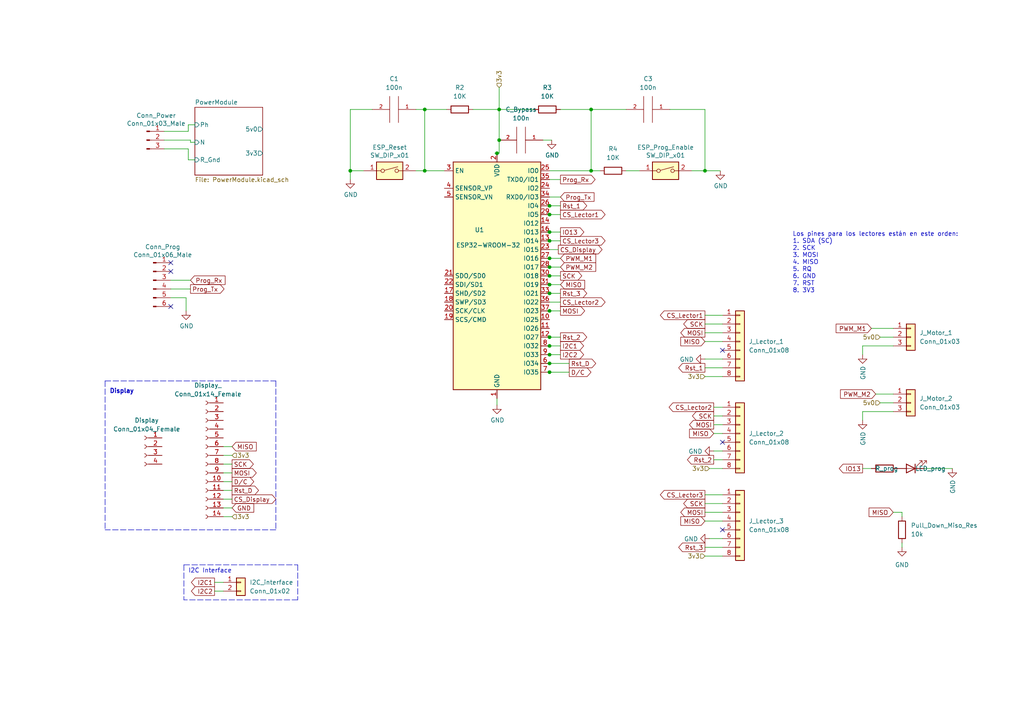
<source format=kicad_sch>
(kicad_sch (version 20211123) (generator eeschema)

  (uuid 8322f275-268c-4e87-a69f-4cfbf05e747f)

  (paper "A4")

  (title_block
    (title "MainCircuit")
    (date "2022-04-15")
    (company "UNAL")
    (comment 1 "Easyrun")
  )

  (lib_symbols
    (symbol "Connector:Conn_01x03_Male" (pin_names (offset 1.016) hide) (in_bom yes) (on_board yes)
      (property "Reference" "J" (id 0) (at 0 5.08 0)
        (effects (font (size 1.27 1.27)))
      )
      (property "Value" "Conn_01x03_Male" (id 1) (at 0 -5.08 0)
        (effects (font (size 1.27 1.27)))
      )
      (property "Footprint" "" (id 2) (at 0 0 0)
        (effects (font (size 1.27 1.27)) hide)
      )
      (property "Datasheet" "~" (id 3) (at 0 0 0)
        (effects (font (size 1.27 1.27)) hide)
      )
      (property "ki_keywords" "connector" (id 4) (at 0 0 0)
        (effects (font (size 1.27 1.27)) hide)
      )
      (property "ki_description" "Generic connector, single row, 01x03, script generated (kicad-library-utils/schlib/autogen/connector/)" (id 5) (at 0 0 0)
        (effects (font (size 1.27 1.27)) hide)
      )
      (property "ki_fp_filters" "Connector*:*_1x??_*" (id 6) (at 0 0 0)
        (effects (font (size 1.27 1.27)) hide)
      )
      (symbol "Conn_01x03_Male_1_1"
        (polyline
          (pts
            (xy 1.27 -2.54)
            (xy 0.8636 -2.54)
          )
          (stroke (width 0.1524) (type default) (color 0 0 0 0))
          (fill (type none))
        )
        (polyline
          (pts
            (xy 1.27 0)
            (xy 0.8636 0)
          )
          (stroke (width 0.1524) (type default) (color 0 0 0 0))
          (fill (type none))
        )
        (polyline
          (pts
            (xy 1.27 2.54)
            (xy 0.8636 2.54)
          )
          (stroke (width 0.1524) (type default) (color 0 0 0 0))
          (fill (type none))
        )
        (rectangle (start 0.8636 -2.413) (end 0 -2.667)
          (stroke (width 0.1524) (type default) (color 0 0 0 0))
          (fill (type outline))
        )
        (rectangle (start 0.8636 0.127) (end 0 -0.127)
          (stroke (width 0.1524) (type default) (color 0 0 0 0))
          (fill (type outline))
        )
        (rectangle (start 0.8636 2.667) (end 0 2.413)
          (stroke (width 0.1524) (type default) (color 0 0 0 0))
          (fill (type outline))
        )
        (pin passive line (at 5.08 2.54 180) (length 3.81)
          (name "Pin_1" (effects (font (size 1.27 1.27))))
          (number "1" (effects (font (size 1.27 1.27))))
        )
        (pin passive line (at 5.08 0 180) (length 3.81)
          (name "Pin_2" (effects (font (size 1.27 1.27))))
          (number "2" (effects (font (size 1.27 1.27))))
        )
        (pin passive line (at 5.08 -2.54 180) (length 3.81)
          (name "Pin_3" (effects (font (size 1.27 1.27))))
          (number "3" (effects (font (size 1.27 1.27))))
        )
      )
    )
    (symbol "Connector:Conn_01x04_Female" (pin_names (offset 1.016) hide) (in_bom yes) (on_board yes)
      (property "Reference" "J" (id 0) (at 0 5.08 0)
        (effects (font (size 1.27 1.27)))
      )
      (property "Value" "Conn_01x04_Female" (id 1) (at 0 -7.62 0)
        (effects (font (size 1.27 1.27)))
      )
      (property "Footprint" "" (id 2) (at 0 0 0)
        (effects (font (size 1.27 1.27)) hide)
      )
      (property "Datasheet" "~" (id 3) (at 0 0 0)
        (effects (font (size 1.27 1.27)) hide)
      )
      (property "ki_keywords" "connector" (id 4) (at 0 0 0)
        (effects (font (size 1.27 1.27)) hide)
      )
      (property "ki_description" "Generic connector, single row, 01x04, script generated (kicad-library-utils/schlib/autogen/connector/)" (id 5) (at 0 0 0)
        (effects (font (size 1.27 1.27)) hide)
      )
      (property "ki_fp_filters" "Connector*:*_1x??_*" (id 6) (at 0 0 0)
        (effects (font (size 1.27 1.27)) hide)
      )
      (symbol "Conn_01x04_Female_1_1"
        (arc (start 0 -4.572) (mid -0.508 -5.08) (end 0 -5.588)
          (stroke (width 0.1524) (type default) (color 0 0 0 0))
          (fill (type none))
        )
        (arc (start 0 -2.032) (mid -0.508 -2.54) (end 0 -3.048)
          (stroke (width 0.1524) (type default) (color 0 0 0 0))
          (fill (type none))
        )
        (polyline
          (pts
            (xy -1.27 -5.08)
            (xy -0.508 -5.08)
          )
          (stroke (width 0.1524) (type default) (color 0 0 0 0))
          (fill (type none))
        )
        (polyline
          (pts
            (xy -1.27 -2.54)
            (xy -0.508 -2.54)
          )
          (stroke (width 0.1524) (type default) (color 0 0 0 0))
          (fill (type none))
        )
        (polyline
          (pts
            (xy -1.27 0)
            (xy -0.508 0)
          )
          (stroke (width 0.1524) (type default) (color 0 0 0 0))
          (fill (type none))
        )
        (polyline
          (pts
            (xy -1.27 2.54)
            (xy -0.508 2.54)
          )
          (stroke (width 0.1524) (type default) (color 0 0 0 0))
          (fill (type none))
        )
        (arc (start 0 0.508) (mid -0.508 0) (end 0 -0.508)
          (stroke (width 0.1524) (type default) (color 0 0 0 0))
          (fill (type none))
        )
        (arc (start 0 3.048) (mid -0.508 2.54) (end 0 2.032)
          (stroke (width 0.1524) (type default) (color 0 0 0 0))
          (fill (type none))
        )
        (pin passive line (at -5.08 2.54 0) (length 3.81)
          (name "Pin_1" (effects (font (size 1.27 1.27))))
          (number "1" (effects (font (size 1.27 1.27))))
        )
        (pin passive line (at -5.08 0 0) (length 3.81)
          (name "Pin_2" (effects (font (size 1.27 1.27))))
          (number "2" (effects (font (size 1.27 1.27))))
        )
        (pin passive line (at -5.08 -2.54 0) (length 3.81)
          (name "Pin_3" (effects (font (size 1.27 1.27))))
          (number "3" (effects (font (size 1.27 1.27))))
        )
        (pin passive line (at -5.08 -5.08 0) (length 3.81)
          (name "Pin_4" (effects (font (size 1.27 1.27))))
          (number "4" (effects (font (size 1.27 1.27))))
        )
      )
    )
    (symbol "Connector:Conn_01x06_Male" (pin_names (offset 1.016) hide) (in_bom yes) (on_board yes)
      (property "Reference" "J" (id 0) (at 0 7.62 0)
        (effects (font (size 1.27 1.27)))
      )
      (property "Value" "Conn_01x06_Male" (id 1) (at 0 -10.16 0)
        (effects (font (size 1.27 1.27)))
      )
      (property "Footprint" "" (id 2) (at 0 0 0)
        (effects (font (size 1.27 1.27)) hide)
      )
      (property "Datasheet" "~" (id 3) (at 0 0 0)
        (effects (font (size 1.27 1.27)) hide)
      )
      (property "ki_keywords" "connector" (id 4) (at 0 0 0)
        (effects (font (size 1.27 1.27)) hide)
      )
      (property "ki_description" "Generic connector, single row, 01x06, script generated (kicad-library-utils/schlib/autogen/connector/)" (id 5) (at 0 0 0)
        (effects (font (size 1.27 1.27)) hide)
      )
      (property "ki_fp_filters" "Connector*:*_1x??_*" (id 6) (at 0 0 0)
        (effects (font (size 1.27 1.27)) hide)
      )
      (symbol "Conn_01x06_Male_1_1"
        (polyline
          (pts
            (xy 1.27 -7.62)
            (xy 0.8636 -7.62)
          )
          (stroke (width 0.1524) (type default) (color 0 0 0 0))
          (fill (type none))
        )
        (polyline
          (pts
            (xy 1.27 -5.08)
            (xy 0.8636 -5.08)
          )
          (stroke (width 0.1524) (type default) (color 0 0 0 0))
          (fill (type none))
        )
        (polyline
          (pts
            (xy 1.27 -2.54)
            (xy 0.8636 -2.54)
          )
          (stroke (width 0.1524) (type default) (color 0 0 0 0))
          (fill (type none))
        )
        (polyline
          (pts
            (xy 1.27 0)
            (xy 0.8636 0)
          )
          (stroke (width 0.1524) (type default) (color 0 0 0 0))
          (fill (type none))
        )
        (polyline
          (pts
            (xy 1.27 2.54)
            (xy 0.8636 2.54)
          )
          (stroke (width 0.1524) (type default) (color 0 0 0 0))
          (fill (type none))
        )
        (polyline
          (pts
            (xy 1.27 5.08)
            (xy 0.8636 5.08)
          )
          (stroke (width 0.1524) (type default) (color 0 0 0 0))
          (fill (type none))
        )
        (rectangle (start 0.8636 -7.493) (end 0 -7.747)
          (stroke (width 0.1524) (type default) (color 0 0 0 0))
          (fill (type outline))
        )
        (rectangle (start 0.8636 -4.953) (end 0 -5.207)
          (stroke (width 0.1524) (type default) (color 0 0 0 0))
          (fill (type outline))
        )
        (rectangle (start 0.8636 -2.413) (end 0 -2.667)
          (stroke (width 0.1524) (type default) (color 0 0 0 0))
          (fill (type outline))
        )
        (rectangle (start 0.8636 0.127) (end 0 -0.127)
          (stroke (width 0.1524) (type default) (color 0 0 0 0))
          (fill (type outline))
        )
        (rectangle (start 0.8636 2.667) (end 0 2.413)
          (stroke (width 0.1524) (type default) (color 0 0 0 0))
          (fill (type outline))
        )
        (rectangle (start 0.8636 5.207) (end 0 4.953)
          (stroke (width 0.1524) (type default) (color 0 0 0 0))
          (fill (type outline))
        )
        (pin passive line (at 5.08 5.08 180) (length 3.81)
          (name "Pin_1" (effects (font (size 1.27 1.27))))
          (number "1" (effects (font (size 1.27 1.27))))
        )
        (pin passive line (at 5.08 2.54 180) (length 3.81)
          (name "Pin_2" (effects (font (size 1.27 1.27))))
          (number "2" (effects (font (size 1.27 1.27))))
        )
        (pin passive line (at 5.08 0 180) (length 3.81)
          (name "Pin_3" (effects (font (size 1.27 1.27))))
          (number "3" (effects (font (size 1.27 1.27))))
        )
        (pin passive line (at 5.08 -2.54 180) (length 3.81)
          (name "Pin_4" (effects (font (size 1.27 1.27))))
          (number "4" (effects (font (size 1.27 1.27))))
        )
        (pin passive line (at 5.08 -5.08 180) (length 3.81)
          (name "Pin_5" (effects (font (size 1.27 1.27))))
          (number "5" (effects (font (size 1.27 1.27))))
        )
        (pin passive line (at 5.08 -7.62 180) (length 3.81)
          (name "Pin_6" (effects (font (size 1.27 1.27))))
          (number "6" (effects (font (size 1.27 1.27))))
        )
      )
    )
    (symbol "Connector:Conn_01x14_Female" (pin_names (offset 1.016) hide) (in_bom yes) (on_board yes)
      (property "Reference" "J" (id 0) (at 0 17.78 0)
        (effects (font (size 1.27 1.27)))
      )
      (property "Value" "Conn_01x14_Female" (id 1) (at 0 -20.32 0)
        (effects (font (size 1.27 1.27)))
      )
      (property "Footprint" "" (id 2) (at 0 0 0)
        (effects (font (size 1.27 1.27)) hide)
      )
      (property "Datasheet" "~" (id 3) (at 0 0 0)
        (effects (font (size 1.27 1.27)) hide)
      )
      (property "ki_keywords" "connector" (id 4) (at 0 0 0)
        (effects (font (size 1.27 1.27)) hide)
      )
      (property "ki_description" "Generic connector, single row, 01x14, script generated (kicad-library-utils/schlib/autogen/connector/)" (id 5) (at 0 0 0)
        (effects (font (size 1.27 1.27)) hide)
      )
      (property "ki_fp_filters" "Connector*:*_1x??_*" (id 6) (at 0 0 0)
        (effects (font (size 1.27 1.27)) hide)
      )
      (symbol "Conn_01x14_Female_1_1"
        (arc (start 0 -17.272) (mid -0.508 -17.78) (end 0 -18.288)
          (stroke (width 0.1524) (type default) (color 0 0 0 0))
          (fill (type none))
        )
        (arc (start 0 -14.732) (mid -0.508 -15.24) (end 0 -15.748)
          (stroke (width 0.1524) (type default) (color 0 0 0 0))
          (fill (type none))
        )
        (arc (start 0 -12.192) (mid -0.508 -12.7) (end 0 -13.208)
          (stroke (width 0.1524) (type default) (color 0 0 0 0))
          (fill (type none))
        )
        (arc (start 0 -9.652) (mid -0.508 -10.16) (end 0 -10.668)
          (stroke (width 0.1524) (type default) (color 0 0 0 0))
          (fill (type none))
        )
        (arc (start 0 -7.112) (mid -0.508 -7.62) (end 0 -8.128)
          (stroke (width 0.1524) (type default) (color 0 0 0 0))
          (fill (type none))
        )
        (arc (start 0 -4.572) (mid -0.508 -5.08) (end 0 -5.588)
          (stroke (width 0.1524) (type default) (color 0 0 0 0))
          (fill (type none))
        )
        (arc (start 0 -2.032) (mid -0.508 -2.54) (end 0 -3.048)
          (stroke (width 0.1524) (type default) (color 0 0 0 0))
          (fill (type none))
        )
        (polyline
          (pts
            (xy -1.27 -17.78)
            (xy -0.508 -17.78)
          )
          (stroke (width 0.1524) (type default) (color 0 0 0 0))
          (fill (type none))
        )
        (polyline
          (pts
            (xy -1.27 -15.24)
            (xy -0.508 -15.24)
          )
          (stroke (width 0.1524) (type default) (color 0 0 0 0))
          (fill (type none))
        )
        (polyline
          (pts
            (xy -1.27 -12.7)
            (xy -0.508 -12.7)
          )
          (stroke (width 0.1524) (type default) (color 0 0 0 0))
          (fill (type none))
        )
        (polyline
          (pts
            (xy -1.27 -10.16)
            (xy -0.508 -10.16)
          )
          (stroke (width 0.1524) (type default) (color 0 0 0 0))
          (fill (type none))
        )
        (polyline
          (pts
            (xy -1.27 -7.62)
            (xy -0.508 -7.62)
          )
          (stroke (width 0.1524) (type default) (color 0 0 0 0))
          (fill (type none))
        )
        (polyline
          (pts
            (xy -1.27 -5.08)
            (xy -0.508 -5.08)
          )
          (stroke (width 0.1524) (type default) (color 0 0 0 0))
          (fill (type none))
        )
        (polyline
          (pts
            (xy -1.27 -2.54)
            (xy -0.508 -2.54)
          )
          (stroke (width 0.1524) (type default) (color 0 0 0 0))
          (fill (type none))
        )
        (polyline
          (pts
            (xy -1.27 0)
            (xy -0.508 0)
          )
          (stroke (width 0.1524) (type default) (color 0 0 0 0))
          (fill (type none))
        )
        (polyline
          (pts
            (xy -1.27 2.54)
            (xy -0.508 2.54)
          )
          (stroke (width 0.1524) (type default) (color 0 0 0 0))
          (fill (type none))
        )
        (polyline
          (pts
            (xy -1.27 5.08)
            (xy -0.508 5.08)
          )
          (stroke (width 0.1524) (type default) (color 0 0 0 0))
          (fill (type none))
        )
        (polyline
          (pts
            (xy -1.27 7.62)
            (xy -0.508 7.62)
          )
          (stroke (width 0.1524) (type default) (color 0 0 0 0))
          (fill (type none))
        )
        (polyline
          (pts
            (xy -1.27 10.16)
            (xy -0.508 10.16)
          )
          (stroke (width 0.1524) (type default) (color 0 0 0 0))
          (fill (type none))
        )
        (polyline
          (pts
            (xy -1.27 12.7)
            (xy -0.508 12.7)
          )
          (stroke (width 0.1524) (type default) (color 0 0 0 0))
          (fill (type none))
        )
        (polyline
          (pts
            (xy -1.27 15.24)
            (xy -0.508 15.24)
          )
          (stroke (width 0.1524) (type default) (color 0 0 0 0))
          (fill (type none))
        )
        (arc (start 0 0.508) (mid -0.508 0) (end 0 -0.508)
          (stroke (width 0.1524) (type default) (color 0 0 0 0))
          (fill (type none))
        )
        (arc (start 0 3.048) (mid -0.508 2.54) (end 0 2.032)
          (stroke (width 0.1524) (type default) (color 0 0 0 0))
          (fill (type none))
        )
        (arc (start 0 5.588) (mid -0.508 5.08) (end 0 4.572)
          (stroke (width 0.1524) (type default) (color 0 0 0 0))
          (fill (type none))
        )
        (arc (start 0 8.128) (mid -0.508 7.62) (end 0 7.112)
          (stroke (width 0.1524) (type default) (color 0 0 0 0))
          (fill (type none))
        )
        (arc (start 0 10.668) (mid -0.508 10.16) (end 0 9.652)
          (stroke (width 0.1524) (type default) (color 0 0 0 0))
          (fill (type none))
        )
        (arc (start 0 13.208) (mid -0.508 12.7) (end 0 12.192)
          (stroke (width 0.1524) (type default) (color 0 0 0 0))
          (fill (type none))
        )
        (arc (start 0 15.748) (mid -0.508 15.24) (end 0 14.732)
          (stroke (width 0.1524) (type default) (color 0 0 0 0))
          (fill (type none))
        )
        (pin passive line (at -5.08 15.24 0) (length 3.81)
          (name "Pin_1" (effects (font (size 1.27 1.27))))
          (number "1" (effects (font (size 1.27 1.27))))
        )
        (pin passive line (at -5.08 -7.62 0) (length 3.81)
          (name "Pin_10" (effects (font (size 1.27 1.27))))
          (number "10" (effects (font (size 1.27 1.27))))
        )
        (pin passive line (at -5.08 -10.16 0) (length 3.81)
          (name "Pin_11" (effects (font (size 1.27 1.27))))
          (number "11" (effects (font (size 1.27 1.27))))
        )
        (pin passive line (at -5.08 -12.7 0) (length 3.81)
          (name "Pin_12" (effects (font (size 1.27 1.27))))
          (number "12" (effects (font (size 1.27 1.27))))
        )
        (pin passive line (at -5.08 -15.24 0) (length 3.81)
          (name "Pin_13" (effects (font (size 1.27 1.27))))
          (number "13" (effects (font (size 1.27 1.27))))
        )
        (pin passive line (at -5.08 -17.78 0) (length 3.81)
          (name "Pin_14" (effects (font (size 1.27 1.27))))
          (number "14" (effects (font (size 1.27 1.27))))
        )
        (pin passive line (at -5.08 12.7 0) (length 3.81)
          (name "Pin_2" (effects (font (size 1.27 1.27))))
          (number "2" (effects (font (size 1.27 1.27))))
        )
        (pin passive line (at -5.08 10.16 0) (length 3.81)
          (name "Pin_3" (effects (font (size 1.27 1.27))))
          (number "3" (effects (font (size 1.27 1.27))))
        )
        (pin passive line (at -5.08 7.62 0) (length 3.81)
          (name "Pin_4" (effects (font (size 1.27 1.27))))
          (number "4" (effects (font (size 1.27 1.27))))
        )
        (pin passive line (at -5.08 5.08 0) (length 3.81)
          (name "Pin_5" (effects (font (size 1.27 1.27))))
          (number "5" (effects (font (size 1.27 1.27))))
        )
        (pin passive line (at -5.08 2.54 0) (length 3.81)
          (name "Pin_6" (effects (font (size 1.27 1.27))))
          (number "6" (effects (font (size 1.27 1.27))))
        )
        (pin passive line (at -5.08 0 0) (length 3.81)
          (name "Pin_7" (effects (font (size 1.27 1.27))))
          (number "7" (effects (font (size 1.27 1.27))))
        )
        (pin passive line (at -5.08 -2.54 0) (length 3.81)
          (name "Pin_8" (effects (font (size 1.27 1.27))))
          (number "8" (effects (font (size 1.27 1.27))))
        )
        (pin passive line (at -5.08 -5.08 0) (length 3.81)
          (name "Pin_9" (effects (font (size 1.27 1.27))))
          (number "9" (effects (font (size 1.27 1.27))))
        )
      )
    )
    (symbol "Connector_Generic:Conn_01x02" (pin_names (offset 1.016) hide) (in_bom yes) (on_board yes)
      (property "Reference" "J" (id 0) (at 0 2.54 0)
        (effects (font (size 1.27 1.27)))
      )
      (property "Value" "Conn_01x02" (id 1) (at 0 -5.08 0)
        (effects (font (size 1.27 1.27)))
      )
      (property "Footprint" "" (id 2) (at 0 0 0)
        (effects (font (size 1.27 1.27)) hide)
      )
      (property "Datasheet" "~" (id 3) (at 0 0 0)
        (effects (font (size 1.27 1.27)) hide)
      )
      (property "ki_keywords" "connector" (id 4) (at 0 0 0)
        (effects (font (size 1.27 1.27)) hide)
      )
      (property "ki_description" "Generic connector, single row, 01x02, script generated (kicad-library-utils/schlib/autogen/connector/)" (id 5) (at 0 0 0)
        (effects (font (size 1.27 1.27)) hide)
      )
      (property "ki_fp_filters" "Connector*:*_1x??_*" (id 6) (at 0 0 0)
        (effects (font (size 1.27 1.27)) hide)
      )
      (symbol "Conn_01x02_1_1"
        (rectangle (start -1.27 -2.413) (end 0 -2.667)
          (stroke (width 0.1524) (type default) (color 0 0 0 0))
          (fill (type none))
        )
        (rectangle (start -1.27 0.127) (end 0 -0.127)
          (stroke (width 0.1524) (type default) (color 0 0 0 0))
          (fill (type none))
        )
        (rectangle (start -1.27 1.27) (end 1.27 -3.81)
          (stroke (width 0.254) (type default) (color 0 0 0 0))
          (fill (type background))
        )
        (pin passive line (at -5.08 0 0) (length 3.81)
          (name "Pin_1" (effects (font (size 1.27 1.27))))
          (number "1" (effects (font (size 1.27 1.27))))
        )
        (pin passive line (at -5.08 -2.54 0) (length 3.81)
          (name "Pin_2" (effects (font (size 1.27 1.27))))
          (number "2" (effects (font (size 1.27 1.27))))
        )
      )
    )
    (symbol "Connector_Generic:Conn_01x03" (pin_names (offset 1.016) hide) (in_bom yes) (on_board yes)
      (property "Reference" "J" (id 0) (at 0 5.08 0)
        (effects (font (size 1.27 1.27)))
      )
      (property "Value" "Conn_01x03" (id 1) (at 0 -5.08 0)
        (effects (font (size 1.27 1.27)))
      )
      (property "Footprint" "" (id 2) (at 0 0 0)
        (effects (font (size 1.27 1.27)) hide)
      )
      (property "Datasheet" "~" (id 3) (at 0 0 0)
        (effects (font (size 1.27 1.27)) hide)
      )
      (property "ki_keywords" "connector" (id 4) (at 0 0 0)
        (effects (font (size 1.27 1.27)) hide)
      )
      (property "ki_description" "Generic connector, single row, 01x03, script generated (kicad-library-utils/schlib/autogen/connector/)" (id 5) (at 0 0 0)
        (effects (font (size 1.27 1.27)) hide)
      )
      (property "ki_fp_filters" "Connector*:*_1x??_*" (id 6) (at 0 0 0)
        (effects (font (size 1.27 1.27)) hide)
      )
      (symbol "Conn_01x03_1_1"
        (rectangle (start -1.27 -2.413) (end 0 -2.667)
          (stroke (width 0.1524) (type default) (color 0 0 0 0))
          (fill (type none))
        )
        (rectangle (start -1.27 0.127) (end 0 -0.127)
          (stroke (width 0.1524) (type default) (color 0 0 0 0))
          (fill (type none))
        )
        (rectangle (start -1.27 2.667) (end 0 2.413)
          (stroke (width 0.1524) (type default) (color 0 0 0 0))
          (fill (type none))
        )
        (rectangle (start -1.27 3.81) (end 1.27 -3.81)
          (stroke (width 0.254) (type default) (color 0 0 0 0))
          (fill (type background))
        )
        (pin passive line (at -5.08 2.54 0) (length 3.81)
          (name "Pin_1" (effects (font (size 1.27 1.27))))
          (number "1" (effects (font (size 1.27 1.27))))
        )
        (pin passive line (at -5.08 0 0) (length 3.81)
          (name "Pin_2" (effects (font (size 1.27 1.27))))
          (number "2" (effects (font (size 1.27 1.27))))
        )
        (pin passive line (at -5.08 -2.54 0) (length 3.81)
          (name "Pin_3" (effects (font (size 1.27 1.27))))
          (number "3" (effects (font (size 1.27 1.27))))
        )
      )
    )
    (symbol "Connector_Generic:Conn_01x08" (pin_names (offset 1.016) hide) (in_bom yes) (on_board yes)
      (property "Reference" "J" (id 0) (at 0 10.16 0)
        (effects (font (size 1.27 1.27)))
      )
      (property "Value" "Conn_01x08" (id 1) (at 0 -12.7 0)
        (effects (font (size 1.27 1.27)))
      )
      (property "Footprint" "" (id 2) (at 0 0 0)
        (effects (font (size 1.27 1.27)) hide)
      )
      (property "Datasheet" "~" (id 3) (at 0 0 0)
        (effects (font (size 1.27 1.27)) hide)
      )
      (property "ki_keywords" "connector" (id 4) (at 0 0 0)
        (effects (font (size 1.27 1.27)) hide)
      )
      (property "ki_description" "Generic connector, single row, 01x08, script generated (kicad-library-utils/schlib/autogen/connector/)" (id 5) (at 0 0 0)
        (effects (font (size 1.27 1.27)) hide)
      )
      (property "ki_fp_filters" "Connector*:*_1x??_*" (id 6) (at 0 0 0)
        (effects (font (size 1.27 1.27)) hide)
      )
      (symbol "Conn_01x08_1_1"
        (rectangle (start -1.27 -10.033) (end 0 -10.287)
          (stroke (width 0.1524) (type default) (color 0 0 0 0))
          (fill (type none))
        )
        (rectangle (start -1.27 -7.493) (end 0 -7.747)
          (stroke (width 0.1524) (type default) (color 0 0 0 0))
          (fill (type none))
        )
        (rectangle (start -1.27 -4.953) (end 0 -5.207)
          (stroke (width 0.1524) (type default) (color 0 0 0 0))
          (fill (type none))
        )
        (rectangle (start -1.27 -2.413) (end 0 -2.667)
          (stroke (width 0.1524) (type default) (color 0 0 0 0))
          (fill (type none))
        )
        (rectangle (start -1.27 0.127) (end 0 -0.127)
          (stroke (width 0.1524) (type default) (color 0 0 0 0))
          (fill (type none))
        )
        (rectangle (start -1.27 2.667) (end 0 2.413)
          (stroke (width 0.1524) (type default) (color 0 0 0 0))
          (fill (type none))
        )
        (rectangle (start -1.27 5.207) (end 0 4.953)
          (stroke (width 0.1524) (type default) (color 0 0 0 0))
          (fill (type none))
        )
        (rectangle (start -1.27 7.747) (end 0 7.493)
          (stroke (width 0.1524) (type default) (color 0 0 0 0))
          (fill (type none))
        )
        (rectangle (start -1.27 8.89) (end 1.27 -11.43)
          (stroke (width 0.254) (type default) (color 0 0 0 0))
          (fill (type background))
        )
        (pin passive line (at -5.08 7.62 0) (length 3.81)
          (name "Pin_1" (effects (font (size 1.27 1.27))))
          (number "1" (effects (font (size 1.27 1.27))))
        )
        (pin passive line (at -5.08 5.08 0) (length 3.81)
          (name "Pin_2" (effects (font (size 1.27 1.27))))
          (number "2" (effects (font (size 1.27 1.27))))
        )
        (pin passive line (at -5.08 2.54 0) (length 3.81)
          (name "Pin_3" (effects (font (size 1.27 1.27))))
          (number "3" (effects (font (size 1.27 1.27))))
        )
        (pin passive line (at -5.08 0 0) (length 3.81)
          (name "Pin_4" (effects (font (size 1.27 1.27))))
          (number "4" (effects (font (size 1.27 1.27))))
        )
        (pin passive line (at -5.08 -2.54 0) (length 3.81)
          (name "Pin_5" (effects (font (size 1.27 1.27))))
          (number "5" (effects (font (size 1.27 1.27))))
        )
        (pin passive line (at -5.08 -5.08 0) (length 3.81)
          (name "Pin_6" (effects (font (size 1.27 1.27))))
          (number "6" (effects (font (size 1.27 1.27))))
        )
        (pin passive line (at -5.08 -7.62 0) (length 3.81)
          (name "Pin_7" (effects (font (size 1.27 1.27))))
          (number "7" (effects (font (size 1.27 1.27))))
        )
        (pin passive line (at -5.08 -10.16 0) (length 3.81)
          (name "Pin_8" (effects (font (size 1.27 1.27))))
          (number "8" (effects (font (size 1.27 1.27))))
        )
      )
    )
    (symbol "Device:LED" (pin_numbers hide) (pin_names (offset 1.016) hide) (in_bom yes) (on_board yes)
      (property "Reference" "D" (id 0) (at 0 2.54 0)
        (effects (font (size 1.27 1.27)))
      )
      (property "Value" "LED" (id 1) (at 0 -2.54 0)
        (effects (font (size 1.27 1.27)))
      )
      (property "Footprint" "" (id 2) (at 0 0 0)
        (effects (font (size 1.27 1.27)) hide)
      )
      (property "Datasheet" "~" (id 3) (at 0 0 0)
        (effects (font (size 1.27 1.27)) hide)
      )
      (property "ki_keywords" "LED diode" (id 4) (at 0 0 0)
        (effects (font (size 1.27 1.27)) hide)
      )
      (property "ki_description" "Light emitting diode" (id 5) (at 0 0 0)
        (effects (font (size 1.27 1.27)) hide)
      )
      (property "ki_fp_filters" "LED* LED_SMD:* LED_THT:*" (id 6) (at 0 0 0)
        (effects (font (size 1.27 1.27)) hide)
      )
      (symbol "LED_0_1"
        (polyline
          (pts
            (xy -1.27 -1.27)
            (xy -1.27 1.27)
          )
          (stroke (width 0.254) (type default) (color 0 0 0 0))
          (fill (type none))
        )
        (polyline
          (pts
            (xy -1.27 0)
            (xy 1.27 0)
          )
          (stroke (width 0) (type default) (color 0 0 0 0))
          (fill (type none))
        )
        (polyline
          (pts
            (xy 1.27 -1.27)
            (xy 1.27 1.27)
            (xy -1.27 0)
            (xy 1.27 -1.27)
          )
          (stroke (width 0.254) (type default) (color 0 0 0 0))
          (fill (type none))
        )
        (polyline
          (pts
            (xy -3.048 -0.762)
            (xy -4.572 -2.286)
            (xy -3.81 -2.286)
            (xy -4.572 -2.286)
            (xy -4.572 -1.524)
          )
          (stroke (width 0) (type default) (color 0 0 0 0))
          (fill (type none))
        )
        (polyline
          (pts
            (xy -1.778 -0.762)
            (xy -3.302 -2.286)
            (xy -2.54 -2.286)
            (xy -3.302 -2.286)
            (xy -3.302 -1.524)
          )
          (stroke (width 0) (type default) (color 0 0 0 0))
          (fill (type none))
        )
      )
      (symbol "LED_1_1"
        (pin passive line (at -3.81 0 0) (length 2.54)
          (name "K" (effects (font (size 1.27 1.27))))
          (number "1" (effects (font (size 1.27 1.27))))
        )
        (pin passive line (at 3.81 0 180) (length 2.54)
          (name "A" (effects (font (size 1.27 1.27))))
          (number "2" (effects (font (size 1.27 1.27))))
        )
      )
    )
    (symbol "Device:R" (pin_numbers hide) (pin_names (offset 0)) (in_bom yes) (on_board yes)
      (property "Reference" "R" (id 0) (at 2.032 0 90)
        (effects (font (size 1.27 1.27)))
      )
      (property "Value" "R" (id 1) (at 0 0 90)
        (effects (font (size 1.27 1.27)))
      )
      (property "Footprint" "" (id 2) (at -1.778 0 90)
        (effects (font (size 1.27 1.27)) hide)
      )
      (property "Datasheet" "~" (id 3) (at 0 0 0)
        (effects (font (size 1.27 1.27)) hide)
      )
      (property "ki_keywords" "R res resistor" (id 4) (at 0 0 0)
        (effects (font (size 1.27 1.27)) hide)
      )
      (property "ki_description" "Resistor" (id 5) (at 0 0 0)
        (effects (font (size 1.27 1.27)) hide)
      )
      (property "ki_fp_filters" "R_*" (id 6) (at 0 0 0)
        (effects (font (size 1.27 1.27)) hide)
      )
      (symbol "R_0_1"
        (rectangle (start -1.016 -2.54) (end 1.016 2.54)
          (stroke (width 0.254) (type default) (color 0 0 0 0))
          (fill (type none))
        )
      )
      (symbol "R_1_1"
        (pin passive line (at 0 3.81 270) (length 1.27)
          (name "~" (effects (font (size 1.27 1.27))))
          (number "1" (effects (font (size 1.27 1.27))))
        )
        (pin passive line (at 0 -3.81 90) (length 1.27)
          (name "~" (effects (font (size 1.27 1.27))))
          (number "2" (effects (font (size 1.27 1.27))))
        )
      )
    )
    (symbol "RF_Module:ESP32-WROOM-32" (in_bom yes) (on_board yes)
      (property "Reference" "U" (id 0) (at -12.7 34.29 0)
        (effects (font (size 1.27 1.27)) (justify left))
      )
      (property "Value" "ESP32-WROOM-32" (id 1) (at 1.27 34.29 0)
        (effects (font (size 1.27 1.27)) (justify left))
      )
      (property "Footprint" "RF_Module:ESP32-WROOM-32" (id 2) (at 0 -38.1 0)
        (effects (font (size 1.27 1.27)) hide)
      )
      (property "Datasheet" "https://www.espressif.com/sites/default/files/documentation/esp32-wroom-32_datasheet_en.pdf" (id 3) (at -7.62 1.27 0)
        (effects (font (size 1.27 1.27)) hide)
      )
      (property "ki_keywords" "RF Radio BT ESP ESP32 Espressif onboard PCB antenna" (id 4) (at 0 0 0)
        (effects (font (size 1.27 1.27)) hide)
      )
      (property "ki_description" "RF Module, ESP32-D0WDQ6 SoC, Wi-Fi 802.11b/g/n, Bluetooth, BLE, 32-bit, 2.7-3.6V, onboard antenna, SMD" (id 5) (at 0 0 0)
        (effects (font (size 1.27 1.27)) hide)
      )
      (property "ki_fp_filters" "ESP32?WROOM?32*" (id 6) (at 0 0 0)
        (effects (font (size 1.27 1.27)) hide)
      )
      (symbol "ESP32-WROOM-32_0_1"
        (rectangle (start -12.7 33.02) (end 12.7 -33.02)
          (stroke (width 0.254) (type default) (color 0 0 0 0))
          (fill (type background))
        )
      )
      (symbol "ESP32-WROOM-32_1_1"
        (pin power_in line (at 0 -35.56 90) (length 2.54)
          (name "GND" (effects (font (size 1.27 1.27))))
          (number "1" (effects (font (size 1.27 1.27))))
        )
        (pin bidirectional line (at 15.24 -12.7 180) (length 2.54)
          (name "IO25" (effects (font (size 1.27 1.27))))
          (number "10" (effects (font (size 1.27 1.27))))
        )
        (pin bidirectional line (at 15.24 -15.24 180) (length 2.54)
          (name "IO26" (effects (font (size 1.27 1.27))))
          (number "11" (effects (font (size 1.27 1.27))))
        )
        (pin bidirectional line (at 15.24 -17.78 180) (length 2.54)
          (name "IO27" (effects (font (size 1.27 1.27))))
          (number "12" (effects (font (size 1.27 1.27))))
        )
        (pin bidirectional line (at 15.24 10.16 180) (length 2.54)
          (name "IO14" (effects (font (size 1.27 1.27))))
          (number "13" (effects (font (size 1.27 1.27))))
        )
        (pin bidirectional line (at 15.24 15.24 180) (length 2.54)
          (name "IO12" (effects (font (size 1.27 1.27))))
          (number "14" (effects (font (size 1.27 1.27))))
        )
        (pin passive line (at 0 -35.56 90) (length 2.54) hide
          (name "GND" (effects (font (size 1.27 1.27))))
          (number "15" (effects (font (size 1.27 1.27))))
        )
        (pin bidirectional line (at 15.24 12.7 180) (length 2.54)
          (name "IO13" (effects (font (size 1.27 1.27))))
          (number "16" (effects (font (size 1.27 1.27))))
        )
        (pin bidirectional line (at -15.24 -5.08 0) (length 2.54)
          (name "SHD/SD2" (effects (font (size 1.27 1.27))))
          (number "17" (effects (font (size 1.27 1.27))))
        )
        (pin bidirectional line (at -15.24 -7.62 0) (length 2.54)
          (name "SWP/SD3" (effects (font (size 1.27 1.27))))
          (number "18" (effects (font (size 1.27 1.27))))
        )
        (pin bidirectional line (at -15.24 -12.7 0) (length 2.54)
          (name "SCS/CMD" (effects (font (size 1.27 1.27))))
          (number "19" (effects (font (size 1.27 1.27))))
        )
        (pin power_in line (at 0 35.56 270) (length 2.54)
          (name "VDD" (effects (font (size 1.27 1.27))))
          (number "2" (effects (font (size 1.27 1.27))))
        )
        (pin bidirectional line (at -15.24 -10.16 0) (length 2.54)
          (name "SCK/CLK" (effects (font (size 1.27 1.27))))
          (number "20" (effects (font (size 1.27 1.27))))
        )
        (pin bidirectional line (at -15.24 0 0) (length 2.54)
          (name "SDO/SD0" (effects (font (size 1.27 1.27))))
          (number "21" (effects (font (size 1.27 1.27))))
        )
        (pin bidirectional line (at -15.24 -2.54 0) (length 2.54)
          (name "SDI/SD1" (effects (font (size 1.27 1.27))))
          (number "22" (effects (font (size 1.27 1.27))))
        )
        (pin bidirectional line (at 15.24 7.62 180) (length 2.54)
          (name "IO15" (effects (font (size 1.27 1.27))))
          (number "23" (effects (font (size 1.27 1.27))))
        )
        (pin bidirectional line (at 15.24 25.4 180) (length 2.54)
          (name "IO2" (effects (font (size 1.27 1.27))))
          (number "24" (effects (font (size 1.27 1.27))))
        )
        (pin bidirectional line (at 15.24 30.48 180) (length 2.54)
          (name "IO0" (effects (font (size 1.27 1.27))))
          (number "25" (effects (font (size 1.27 1.27))))
        )
        (pin bidirectional line (at 15.24 20.32 180) (length 2.54)
          (name "IO4" (effects (font (size 1.27 1.27))))
          (number "26" (effects (font (size 1.27 1.27))))
        )
        (pin bidirectional line (at 15.24 5.08 180) (length 2.54)
          (name "IO16" (effects (font (size 1.27 1.27))))
          (number "27" (effects (font (size 1.27 1.27))))
        )
        (pin bidirectional line (at 15.24 2.54 180) (length 2.54)
          (name "IO17" (effects (font (size 1.27 1.27))))
          (number "28" (effects (font (size 1.27 1.27))))
        )
        (pin bidirectional line (at 15.24 17.78 180) (length 2.54)
          (name "IO5" (effects (font (size 1.27 1.27))))
          (number "29" (effects (font (size 1.27 1.27))))
        )
        (pin input line (at -15.24 30.48 0) (length 2.54)
          (name "EN" (effects (font (size 1.27 1.27))))
          (number "3" (effects (font (size 1.27 1.27))))
        )
        (pin bidirectional line (at 15.24 0 180) (length 2.54)
          (name "IO18" (effects (font (size 1.27 1.27))))
          (number "30" (effects (font (size 1.27 1.27))))
        )
        (pin bidirectional line (at 15.24 -2.54 180) (length 2.54)
          (name "IO19" (effects (font (size 1.27 1.27))))
          (number "31" (effects (font (size 1.27 1.27))))
        )
        (pin no_connect line (at -12.7 -27.94 0) (length 2.54) hide
          (name "NC" (effects (font (size 1.27 1.27))))
          (number "32" (effects (font (size 1.27 1.27))))
        )
        (pin bidirectional line (at 15.24 -5.08 180) (length 2.54)
          (name "IO21" (effects (font (size 1.27 1.27))))
          (number "33" (effects (font (size 1.27 1.27))))
        )
        (pin bidirectional line (at 15.24 22.86 180) (length 2.54)
          (name "RXD0/IO3" (effects (font (size 1.27 1.27))))
          (number "34" (effects (font (size 1.27 1.27))))
        )
        (pin bidirectional line (at 15.24 27.94 180) (length 2.54)
          (name "TXD0/IO1" (effects (font (size 1.27 1.27))))
          (number "35" (effects (font (size 1.27 1.27))))
        )
        (pin bidirectional line (at 15.24 -7.62 180) (length 2.54)
          (name "IO22" (effects (font (size 1.27 1.27))))
          (number "36" (effects (font (size 1.27 1.27))))
        )
        (pin bidirectional line (at 15.24 -10.16 180) (length 2.54)
          (name "IO23" (effects (font (size 1.27 1.27))))
          (number "37" (effects (font (size 1.27 1.27))))
        )
        (pin passive line (at 0 -35.56 90) (length 2.54) hide
          (name "GND" (effects (font (size 1.27 1.27))))
          (number "38" (effects (font (size 1.27 1.27))))
        )
        (pin passive line (at 0 -35.56 90) (length 2.54) hide
          (name "GND" (effects (font (size 1.27 1.27))))
          (number "39" (effects (font (size 1.27 1.27))))
        )
        (pin input line (at -15.24 25.4 0) (length 2.54)
          (name "SENSOR_VP" (effects (font (size 1.27 1.27))))
          (number "4" (effects (font (size 1.27 1.27))))
        )
        (pin input line (at -15.24 22.86 0) (length 2.54)
          (name "SENSOR_VN" (effects (font (size 1.27 1.27))))
          (number "5" (effects (font (size 1.27 1.27))))
        )
        (pin input line (at 15.24 -25.4 180) (length 2.54)
          (name "IO34" (effects (font (size 1.27 1.27))))
          (number "6" (effects (font (size 1.27 1.27))))
        )
        (pin input line (at 15.24 -27.94 180) (length 2.54)
          (name "IO35" (effects (font (size 1.27 1.27))))
          (number "7" (effects (font (size 1.27 1.27))))
        )
        (pin bidirectional line (at 15.24 -20.32 180) (length 2.54)
          (name "IO32" (effects (font (size 1.27 1.27))))
          (number "8" (effects (font (size 1.27 1.27))))
        )
        (pin bidirectional line (at 15.24 -22.86 180) (length 2.54)
          (name "IO33" (effects (font (size 1.27 1.27))))
          (number "9" (effects (font (size 1.27 1.27))))
        )
      )
    )
    (symbol "Switch:SW_DIP_x01" (pin_names (offset 0) hide) (in_bom yes) (on_board yes)
      (property "Reference" "SW" (id 0) (at 0 3.81 0)
        (effects (font (size 1.27 1.27)))
      )
      (property "Value" "SW_DIP_x01" (id 1) (at 0 -3.81 0)
        (effects (font (size 1.27 1.27)))
      )
      (property "Footprint" "" (id 2) (at 0 0 0)
        (effects (font (size 1.27 1.27)) hide)
      )
      (property "Datasheet" "~" (id 3) (at 0 0 0)
        (effects (font (size 1.27 1.27)) hide)
      )
      (property "ki_keywords" "dip switch" (id 4) (at 0 0 0)
        (effects (font (size 1.27 1.27)) hide)
      )
      (property "ki_description" "1x DIP Switch, Single Pole Single Throw (SPST) switch, small symbol" (id 5) (at 0 0 0)
        (effects (font (size 1.27 1.27)) hide)
      )
      (property "ki_fp_filters" "SW?DIP?x1*" (id 6) (at 0 0 0)
        (effects (font (size 1.27 1.27)) hide)
      )
      (symbol "SW_DIP_x01_0_0"
        (circle (center -2.032 0) (radius 0.508)
          (stroke (width 0) (type default) (color 0 0 0 0))
          (fill (type none))
        )
        (polyline
          (pts
            (xy -1.524 0.127)
            (xy 2.3622 1.1684)
          )
          (stroke (width 0) (type default) (color 0 0 0 0))
          (fill (type none))
        )
        (circle (center 2.032 0) (radius 0.508)
          (stroke (width 0) (type default) (color 0 0 0 0))
          (fill (type none))
        )
      )
      (symbol "SW_DIP_x01_0_1"
        (rectangle (start -3.81 2.54) (end 3.81 -2.54)
          (stroke (width 0.254) (type default) (color 0 0 0 0))
          (fill (type background))
        )
      )
      (symbol "SW_DIP_x01_1_1"
        (pin passive line (at -7.62 0 0) (length 5.08)
          (name "~" (effects (font (size 1.27 1.27))))
          (number "1" (effects (font (size 1.27 1.27))))
        )
        (pin passive line (at 7.62 0 180) (length 5.08)
          (name "~" (effects (font (size 1.27 1.27))))
          (number "2" (effects (font (size 1.27 1.27))))
        )
      )
    )
    (symbol "power:GND" (power) (pin_names (offset 0)) (in_bom yes) (on_board yes)
      (property "Reference" "#PWR" (id 0) (at 0 -6.35 0)
        (effects (font (size 1.27 1.27)) hide)
      )
      (property "Value" "GND" (id 1) (at 0 -3.81 0)
        (effects (font (size 1.27 1.27)))
      )
      (property "Footprint" "" (id 2) (at 0 0 0)
        (effects (font (size 1.27 1.27)) hide)
      )
      (property "Datasheet" "" (id 3) (at 0 0 0)
        (effects (font (size 1.27 1.27)) hide)
      )
      (property "ki_keywords" "power-flag" (id 4) (at 0 0 0)
        (effects (font (size 1.27 1.27)) hide)
      )
      (property "ki_description" "Power symbol creates a global label with name \"GND\" , ground" (id 5) (at 0 0 0)
        (effects (font (size 1.27 1.27)) hide)
      )
      (symbol "GND_0_1"
        (polyline
          (pts
            (xy 0 0)
            (xy 0 -1.27)
            (xy 1.27 -1.27)
            (xy 0 -2.54)
            (xy -1.27 -1.27)
            (xy 0 -1.27)
          )
          (stroke (width 0) (type default) (color 0 0 0 0))
          (fill (type none))
        )
      )
      (symbol "GND_1_1"
        (pin power_in line (at 0 0 270) (length 0) hide
          (name "GND" (effects (font (size 1.27 1.27))))
          (number "1" (effects (font (size 1.27 1.27))))
        )
      )
    )
    (symbol "pspice:CAP" (pin_names (offset 0.254)) (in_bom yes) (on_board yes)
      (property "Reference" "C" (id 0) (at 2.54 3.81 90)
        (effects (font (size 1.27 1.27)))
      )
      (property "Value" "CAP" (id 1) (at 2.54 -3.81 90)
        (effects (font (size 1.27 1.27)))
      )
      (property "Footprint" "" (id 2) (at 0 0 0)
        (effects (font (size 1.27 1.27)) hide)
      )
      (property "Datasheet" "~" (id 3) (at 0 0 0)
        (effects (font (size 1.27 1.27)) hide)
      )
      (property "ki_keywords" "simulation" (id 4) (at 0 0 0)
        (effects (font (size 1.27 1.27)) hide)
      )
      (property "ki_description" "Capacitor symbol for simulation only" (id 5) (at 0 0 0)
        (effects (font (size 1.27 1.27)) hide)
      )
      (symbol "CAP_0_1"
        (polyline
          (pts
            (xy -3.81 -1.27)
            (xy 3.81 -1.27)
          )
          (stroke (width 0) (type default) (color 0 0 0 0))
          (fill (type none))
        )
        (polyline
          (pts
            (xy -3.81 1.27)
            (xy 3.81 1.27)
          )
          (stroke (width 0) (type default) (color 0 0 0 0))
          (fill (type none))
        )
      )
      (symbol "CAP_1_1"
        (pin passive line (at 0 6.35 270) (length 5.08)
          (name "~" (effects (font (size 1.016 1.016))))
          (number "1" (effects (font (size 1.016 1.016))))
        )
        (pin passive line (at 0 -6.35 90) (length 5.08)
          (name "~" (effects (font (size 1.016 1.016))))
          (number "2" (effects (font (size 1.016 1.016))))
        )
      )
    )
  )

  (junction (at 144.145 44.45) (diameter 0) (color 0 0 0 0)
    (uuid 2c923a4b-83fc-4684-8bd7-e79f2667d777)
  )
  (junction (at 159.385 62.23) (diameter 0) (color 0 0 0 0)
    (uuid 38308367-4562-4a6a-bd15-9e81dd42d931)
  )
  (junction (at 159.385 85.09) (diameter 0) (color 0 0 0 0)
    (uuid 3882e551-3bd6-4196-adcf-d666c7f48d68)
  )
  (junction (at 159.385 80.01) (diameter 0) (color 0 0 0 0)
    (uuid 3ee2bdc9-dac1-4698-8e64-763fef61f05a)
  )
  (junction (at 159.385 74.93) (diameter 0) (color 0 0 0 0)
    (uuid 5149a710-1a9a-4aac-a029-75692ea1e2fe)
  )
  (junction (at 159.385 59.69) (diameter 0) (color 0 0 0 0)
    (uuid 51c6b35e-4b6c-4c51-ae3b-e0abca42b268)
  )
  (junction (at 144.78 31.75) (diameter 0) (color 0 0 0 0)
    (uuid 56b17c37-924a-45a4-adcb-f7993a18f7a8)
  )
  (junction (at 159.385 105.41) (diameter 0) (color 0 0 0 0)
    (uuid 7fe935fe-3e70-4ae2-9717-a464464e65c6)
  )
  (junction (at 159.385 82.55) (diameter 0) (color 0 0 0 0)
    (uuid 81a762d1-8df0-4cae-a6bd-d6b730ae2127)
  )
  (junction (at 171.45 31.75) (diameter 0) (color 0 0 0 0)
    (uuid 906a060c-54c2-4d82-91aa-dad20e230068)
  )
  (junction (at 144.78 40.64) (diameter 0) (color 0 0 0 0)
    (uuid 90e92813-e328-45b8-a0f0-31f249f11d62)
  )
  (junction (at 159.385 77.47) (diameter 0) (color 0 0 0 0)
    (uuid 9b099c9a-fd95-451f-acb9-7aa0ce8c280f)
  )
  (junction (at 159.385 100.33) (diameter 0) (color 0 0 0 0)
    (uuid 9ecddc5a-7403-425b-b08d-1526b09c1ae5)
  )
  (junction (at 159.385 67.31) (diameter 0) (color 0 0 0 0)
    (uuid a5eb7ee2-935a-4b6e-a3b0-8f96329d19b3)
  )
  (junction (at 159.385 69.85) (diameter 0) (color 0 0 0 0)
    (uuid b1159bb9-b939-4235-a92e-99e6c7371cc1)
  )
  (junction (at 204.47 49.53) (diameter 0) (color 0 0 0 0)
    (uuid b27c7b2b-019e-4174-9081-d6df7ae8da92)
  )
  (junction (at 159.385 107.95) (diameter 0) (color 0 0 0 0)
    (uuid b66b0ca1-d071-46f7-9daf-594071261942)
  )
  (junction (at 123.19 31.75) (diameter 0) (color 0 0 0 0)
    (uuid bb183ba0-03ad-40e1-a223-01f3fb246264)
  )
  (junction (at 159.385 90.17) (diameter 0) (color 0 0 0 0)
    (uuid c37234e5-7e0d-40cf-9125-6914d91d0c12)
  )
  (junction (at 159.385 97.79) (diameter 0) (color 0 0 0 0)
    (uuid c93023ee-6bf3-458e-b6cb-796854f82572)
  )
  (junction (at 171.45 49.53) (diameter 0) (color 0 0 0 0)
    (uuid d0bc12d6-01df-44dc-a1dc-e503354ea01a)
  )
  (junction (at 159.385 102.87) (diameter 0) (color 0 0 0 0)
    (uuid dbc6ad3b-16d5-4f83-90cf-137a0555e5d8)
  )
  (junction (at 123.19 49.53) (diameter 0) (color 0 0 0 0)
    (uuid dd10ba50-aeab-460c-92ef-43a54599db54)
  )
  (junction (at 101.6 49.53) (diameter 0) (color 0 0 0 0)
    (uuid df336659-b2ec-4c6a-9da7-afa0037718c7)
  )

  (no_connect (at 49.53 88.9) (uuid 47baf4b1-0938-497d-88f9-671136aa8be7))
  (no_connect (at 49.53 78.74) (uuid 77ed3941-d133-4aef-a9af-5a39322d14eb))
  (no_connect (at 49.53 76.2) (uuid c022004a-c968-410e-b59e-fbab0e561e9d))
  (no_connect (at 209.55 153.67) (uuid dbd4d020-874e-4afa-a4bc-fedb6ca03da7))
  (no_connect (at 209.55 128.27) (uuid dbd4d020-874e-4afa-a4bc-fedb6ca03da8))
  (no_connect (at 209.55 101.6) (uuid dbd4d020-874e-4afa-a4bc-fedb6ca03da9))

  (wire (pts (xy 162.56 31.75) (xy 171.45 31.75))
    (stroke (width 0) (type default) (color 0 0 0 0))
    (uuid 01701faa-005e-4e63-b000-c7c240b1d95b)
  )
  (wire (pts (xy 120.65 49.53) (xy 123.19 49.53))
    (stroke (width 0) (type default) (color 0 0 0 0))
    (uuid 03c52831-5dc5-43c5-a442-8d23643b46fb)
  )
  (wire (pts (xy 159.385 77.47) (xy 162.56 77.47))
    (stroke (width 0) (type default) (color 0 0 0 0))
    (uuid 062ec11e-c11a-4304-8129-21a75e05db83)
  )
  (polyline (pts (xy 53.34 163.83) (xy 86.36 163.83))
    (stroke (width 0) (type default) (color 0 0 0 0))
    (uuid 07e6a9b2-dde5-4810-bdbe-40200590675d)
  )

  (wire (pts (xy 171.45 31.75) (xy 171.45 49.53))
    (stroke (width 0) (type default) (color 0 0 0 0))
    (uuid 09868bf1-34f0-44cf-b7cf-18a82c757283)
  )
  (wire (pts (xy 144.78 31.75) (xy 154.94 31.75))
    (stroke (width 0) (type default) (color 0 0 0 0))
    (uuid 0df8cfff-f345-4ce9-85bc-b5a7fa1a4030)
  )
  (wire (pts (xy 207.01 133.35) (xy 209.55 133.35))
    (stroke (width 0) (type default) (color 0 0 0 0))
    (uuid 0edf1bbb-1194-4e5d-9234-067ef6e272d0)
  )
  (wire (pts (xy 259.08 148.59) (xy 261.62 148.59))
    (stroke (width 0) (type default) (color 0 0 0 0))
    (uuid 11ddc816-0f7c-4c60-b1d7-b25f48d4022d)
  )
  (wire (pts (xy 204.47 161.29) (xy 209.55 161.29))
    (stroke (width 0) (type default) (color 0 0 0 0))
    (uuid 14d11e63-01d8-4091-8539-f02114127efd)
  )
  (wire (pts (xy 252.73 95.25) (xy 259.08 95.25))
    (stroke (width 0) (type default) (color 0 0 0 0))
    (uuid 16f5fb7d-f603-4d81-90fd-9c257597b101)
  )
  (wire (pts (xy 158.75 59.69) (xy 159.385 59.69))
    (stroke (width 0) (type default) (color 0 0 0 0))
    (uuid 1c7dba94-ffee-41ea-8828-0a2288e763ac)
  )
  (wire (pts (xy 64.77 137.16) (xy 67.31 137.16))
    (stroke (width 0) (type default) (color 0 0 0 0))
    (uuid 1db21503-fd72-4657-a29b-be8531cf48c3)
  )
  (wire (pts (xy 159.385 107.95) (xy 165.1 107.95))
    (stroke (width 0) (type default) (color 0 0 0 0))
    (uuid 1e08d4d8-a891-43cf-a0d2-a801243172ed)
  )
  (wire (pts (xy 207.01 120.65) (xy 209.55 120.65))
    (stroke (width 0) (type default) (color 0 0 0 0))
    (uuid 1e2d544d-8e9d-4cf7-a65e-18f9a6312380)
  )
  (wire (pts (xy 255.27 116.84) (xy 259.08 116.84))
    (stroke (width 0) (type default) (color 0 0 0 0))
    (uuid 1ef9e351-5049-45a5-89ec-dabd37aec07c)
  )
  (wire (pts (xy 159.385 82.55) (xy 162.56 82.55))
    (stroke (width 0) (type default) (color 0 0 0 0))
    (uuid 20a562ad-3e02-4b7d-bbc6-7ae93fcc258a)
  )
  (wire (pts (xy 137.16 31.75) (xy 144.78 31.75))
    (stroke (width 0) (type default) (color 0 0 0 0))
    (uuid 249ece46-176d-425e-9cb7-3a8239ba9d54)
  )
  (wire (pts (xy 171.45 31.75) (xy 181.61 31.75))
    (stroke (width 0) (type default) (color 0 0 0 0))
    (uuid 2ba84d32-5bdc-4a16-9d1e-858633df9e73)
  )
  (wire (pts (xy 64.77 139.7) (xy 67.31 139.7))
    (stroke (width 0) (type default) (color 0 0 0 0))
    (uuid 2bc0363b-cc79-4835-b46c-5ddc24848e67)
  )
  (wire (pts (xy 158.75 82.55) (xy 159.385 82.55))
    (stroke (width 0) (type default) (color 0 0 0 0))
    (uuid 2e1c81f3-974f-485c-840b-0179b8350d71)
  )
  (wire (pts (xy 55.245 81.28) (xy 49.53 81.28))
    (stroke (width 0) (type default) (color 0 0 0 0))
    (uuid 30f15357-ce1d-48b9-93dc-7d9b1b2aa048)
  )
  (wire (pts (xy 259.08 119.38) (xy 250.19 119.38))
    (stroke (width 0) (type default) (color 0 0 0 0))
    (uuid 3497cbcb-d163-45ee-b1d7-512d200aca99)
  )
  (wire (pts (xy 123.19 31.75) (xy 129.54 31.75))
    (stroke (width 0) (type default) (color 0 0 0 0))
    (uuid 36656b61-f098-43f6-bc92-f0cd5fcaeddd)
  )
  (wire (pts (xy 207.01 130.81) (xy 209.55 130.81))
    (stroke (width 0) (type default) (color 0 0 0 0))
    (uuid 3c04a55a-50a0-437b-b5b3-5fcc0a6935f7)
  )
  (wire (pts (xy 158.75 62.23) (xy 159.385 62.23))
    (stroke (width 0) (type default) (color 0 0 0 0))
    (uuid 3d8fc3d2-fb25-43d2-b7f4-8d376182ebaa)
  )
  (wire (pts (xy 47.625 40.64) (xy 55.245 40.64))
    (stroke (width 0) (type default) (color 0 0 0 0))
    (uuid 3f5fe6b7-98fc-4d3e-9567-f9f7202d1455)
  )
  (wire (pts (xy 204.47 49.53) (xy 208.915 49.53))
    (stroke (width 0) (type default) (color 0 0 0 0))
    (uuid 401974f1-83c2-4a85-bbc5-74e574728bd8)
  )
  (wire (pts (xy 204.47 146.05) (xy 209.55 146.05))
    (stroke (width 0) (type default) (color 0 0 0 0))
    (uuid 401ccb7f-a00d-4d1e-b877-61dbc20ec08f)
  )
  (wire (pts (xy 171.45 49.53) (xy 173.99 49.53))
    (stroke (width 0) (type default) (color 0 0 0 0))
    (uuid 427c41e8-fcc3-4fe5-b68b-bdc2dc26cea4)
  )
  (wire (pts (xy 159.385 67.31) (xy 162.56 67.31))
    (stroke (width 0) (type default) (color 0 0 0 0))
    (uuid 449c62c6-36b9-41c4-9734-b0a8672e3936)
  )
  (polyline (pts (xy 86.36 163.83) (xy 86.36 173.99))
    (stroke (width 0) (type default) (color 0 0 0 0))
    (uuid 45468e7b-f701-4c24-b1ab-8dde7de5da6a)
  )

  (wire (pts (xy 144.78 31.75) (xy 144.78 40.64))
    (stroke (width 0) (type default) (color 0 0 0 0))
    (uuid 45ab05d0-0ba8-4e54-acfc-ac93fb9bc0f6)
  )
  (wire (pts (xy 250.19 100.33) (xy 250.19 102.87))
    (stroke (width 0) (type default) (color 0 0 0 0))
    (uuid 45d59670-170a-4607-af8f-916f65e9016b)
  )
  (wire (pts (xy 267.97 135.89) (xy 276.225 135.89))
    (stroke (width 0) (type default) (color 0 0 0 0))
    (uuid 4a4ec8d9-3d72-4952-83d4-808f65849a2b)
  )
  (wire (pts (xy 161.925 72.39) (xy 159.385 72.39))
    (stroke (width 0) (type default) (color 0 0 0 0))
    (uuid 4a792bb6-cbe4-4ea5-9a87-019ef3c868a0)
  )
  (wire (pts (xy 261.62 158.75) (xy 261.62 157.48))
    (stroke (width 0) (type default) (color 0 0 0 0))
    (uuid 4d048603-ac91-4526-9f61-20f0d3a133d7)
  )
  (wire (pts (xy 158.75 77.47) (xy 159.385 77.47))
    (stroke (width 0) (type default) (color 0 0 0 0))
    (uuid 4efa8619-79aa-48cc-b340-9a04d8a83e81)
  )
  (wire (pts (xy 158.75 74.93) (xy 159.385 74.93))
    (stroke (width 0) (type default) (color 0 0 0 0))
    (uuid 522baaf1-6b44-4421-be46-be4c5e66b90b)
  )
  (wire (pts (xy 204.47 104.14) (xy 209.55 104.14))
    (stroke (width 0) (type default) (color 0 0 0 0))
    (uuid 5696bc61-9b51-46db-8e32-84007ad49203)
  )
  (wire (pts (xy 159.385 85.09) (xy 162.56 85.09))
    (stroke (width 0) (type default) (color 0 0 0 0))
    (uuid 58577567-1db7-456b-9cdf-63ec8d1768ee)
  )
  (wire (pts (xy 123.19 49.53) (xy 128.905 49.53))
    (stroke (width 0) (type default) (color 0 0 0 0))
    (uuid 5b0df924-a854-467f-b346-ab0d71927906)
  )
  (wire (pts (xy 207.01 125.73) (xy 209.55 125.73))
    (stroke (width 0) (type default) (color 0 0 0 0))
    (uuid 5c044a48-b463-4259-8237-da27ba306d07)
  )
  (wire (pts (xy 54.61 36.195) (xy 56.515 36.195))
    (stroke (width 0) (type default) (color 0 0 0 0))
    (uuid 5cbb5968-dbb5-4b84-864a-ead1cacf75b9)
  )
  (wire (pts (xy 250.19 119.38) (xy 250.19 121.92))
    (stroke (width 0) (type default) (color 0 0 0 0))
    (uuid 5e477925-f86c-43b6-815a-d4373f27f576)
  )
  (wire (pts (xy 62.23 171.45) (xy 64.77 171.45))
    (stroke (width 0) (type default) (color 0 0 0 0))
    (uuid 6010213a-3c26-410b-a164-c38501232e77)
  )
  (wire (pts (xy 53.975 90.17) (xy 53.975 86.36))
    (stroke (width 0) (type default) (color 0 0 0 0))
    (uuid 66116376-6967-4178-9f23-a26cdeafc400)
  )
  (wire (pts (xy 259.08 100.33) (xy 250.19 100.33))
    (stroke (width 0) (type default) (color 0 0 0 0))
    (uuid 6693fe29-8a8f-45c1-aaf9-393a4c5b77bb)
  )
  (wire (pts (xy 64.77 132.08) (xy 67.31 132.08))
    (stroke (width 0) (type default) (color 0 0 0 0))
    (uuid 66949171-6978-45a7-9fc9-ca87c1dc1a3b)
  )
  (wire (pts (xy 144.145 44.45) (xy 144.78 44.45))
    (stroke (width 0) (type default) (color 0 0 0 0))
    (uuid 66b0519a-58f9-40bb-81d0-1f136f0f7347)
  )
  (wire (pts (xy 158.75 107.95) (xy 159.385 107.95))
    (stroke (width 0) (type default) (color 0 0 0 0))
    (uuid 66c3128e-e52c-48a9-8983-9f177d7f0415)
  )
  (wire (pts (xy 209.55 106.68) (xy 204.47 106.68))
    (stroke (width 0) (type default) (color 0 0 0 0))
    (uuid 670806be-7ca0-490e-a0a7-9ed8159b693f)
  )
  (wire (pts (xy 144.78 25.4) (xy 144.78 31.75))
    (stroke (width 0) (type default) (color 0 0 0 0))
    (uuid 68b59c96-662f-4949-89e6-9781bcceba48)
  )
  (wire (pts (xy 162.56 52.07) (xy 159.385 52.07))
    (stroke (width 0) (type default) (color 0 0 0 0))
    (uuid 6a45789b-3855-401f-8139-3c734f7f52f9)
  )
  (wire (pts (xy 47.625 43.18) (xy 54.61 43.18))
    (stroke (width 0) (type default) (color 0 0 0 0))
    (uuid 6a955fc7-39d9-4c75-9a69-676ca8c0b9b2)
  )
  (wire (pts (xy 204.47 99.06) (xy 209.55 99.06))
    (stroke (width 0) (type default) (color 0 0 0 0))
    (uuid 6b3c3b19-9093-4666-9481-da6ed5cdbe23)
  )
  (wire (pts (xy 158.75 85.09) (xy 159.385 85.09))
    (stroke (width 0) (type default) (color 0 0 0 0))
    (uuid 6bbe0ff6-b225-4ce6-8f39-027abacb5d31)
  )
  (wire (pts (xy 144.145 117.475) (xy 144.145 115.57))
    (stroke (width 0) (type default) (color 0 0 0 0))
    (uuid 704d6d51-bb34-4cbf-83d8-841e208048d8)
  )
  (wire (pts (xy 158.75 80.01) (xy 159.385 80.01))
    (stroke (width 0) (type default) (color 0 0 0 0))
    (uuid 734e83bf-b887-4fd2-909f-950cb24cc0e5)
  )
  (wire (pts (xy 159.385 69.85) (xy 162.56 69.85))
    (stroke (width 0) (type default) (color 0 0 0 0))
    (uuid 7417b410-3d57-4386-81a2-57c9e3964994)
  )
  (wire (pts (xy 53.975 86.36) (xy 49.53 86.36))
    (stroke (width 0) (type default) (color 0 0 0 0))
    (uuid 749dfe75-c0d6-4872-9330-29c5bbcb8ff8)
  )
  (wire (pts (xy 67.31 129.54) (xy 64.77 129.54))
    (stroke (width 0) (type default) (color 0 0 0 0))
    (uuid 75b4ff6b-84e9-4269-a717-c9b6aea04a81)
  )
  (wire (pts (xy 158.75 100.33) (xy 159.385 100.33))
    (stroke (width 0) (type default) (color 0 0 0 0))
    (uuid 79c1d81f-3963-4692-928c-6c38160b75cc)
  )
  (wire (pts (xy 204.47 31.75) (xy 204.47 49.53))
    (stroke (width 0) (type default) (color 0 0 0 0))
    (uuid 7a0e9d92-9c6c-4e3b-be29-4f010ce38d5f)
  )
  (wire (pts (xy 261.62 148.59) (xy 261.62 149.86))
    (stroke (width 0) (type default) (color 0 0 0 0))
    (uuid 7a7fe6c6-7d66-437b-8052-96c7c9844d0c)
  )
  (wire (pts (xy 159.385 90.17) (xy 162.56 90.17))
    (stroke (width 0) (type default) (color 0 0 0 0))
    (uuid 7acf4b8d-3fd2-4cd5-9c05-98581568fdb8)
  )
  (wire (pts (xy 159.385 49.53) (xy 171.45 49.53))
    (stroke (width 0) (type default) (color 0 0 0 0))
    (uuid 7aed3a71-054b-4aaa-9c0a-030523c32827)
  )
  (wire (pts (xy 204.47 158.75) (xy 209.55 158.75))
    (stroke (width 0) (type default) (color 0 0 0 0))
    (uuid 7dbc0fb4-4a53-4c48-b38c-a463b3580c7d)
  )
  (wire (pts (xy 204.47 148.59) (xy 209.55 148.59))
    (stroke (width 0) (type default) (color 0 0 0 0))
    (uuid 7df675fc-3ac3-4cc3-979e-1fad2104c8f5)
  )
  (wire (pts (xy 255.27 97.79) (xy 259.08 97.79))
    (stroke (width 0) (type default) (color 0 0 0 0))
    (uuid 86295e18-aab8-4c14-aa26-fd1f57e9db95)
  )
  (wire (pts (xy 55.245 83.82) (xy 49.53 83.82))
    (stroke (width 0) (type default) (color 0 0 0 0))
    (uuid 87371631-aa02-498a-998a-09bdb74784c1)
  )
  (wire (pts (xy 158.75 69.85) (xy 159.385 69.85))
    (stroke (width 0) (type default) (color 0 0 0 0))
    (uuid 8a27e019-c31b-4c19-81e1-0c01f5368b18)
  )
  (wire (pts (xy 194.31 31.75) (xy 204.47 31.75))
    (stroke (width 0) (type default) (color 0 0 0 0))
    (uuid 950e8466-651a-40da-b19c-94b32e497901)
  )
  (polyline (pts (xy 30.48 110.49) (xy 80.01 110.49))
    (stroke (width 0) (type default) (color 0 0 0 0))
    (uuid 96134bf9-36e8-4aff-909f-62599da2cdca)
  )

  (wire (pts (xy 64.77 144.78) (xy 67.31 144.78))
    (stroke (width 0) (type default) (color 0 0 0 0))
    (uuid 99fc7bed-1144-4a1e-ba2b-855da7e557d7)
  )
  (wire (pts (xy 101.6 31.75) (xy 101.6 49.53))
    (stroke (width 0) (type default) (color 0 0 0 0))
    (uuid 9b0e5eea-7d57-4646-9d8c-c5d52c5405bf)
  )
  (wire (pts (xy 158.75 67.31) (xy 159.385 67.31))
    (stroke (width 0) (type default) (color 0 0 0 0))
    (uuid 9e0a9e80-88c4-4a2c-a2a8-93fe9a72674c)
  )
  (wire (pts (xy 204.47 91.44) (xy 209.55 91.44))
    (stroke (width 0) (type default) (color 0 0 0 0))
    (uuid 9f3dde08-ae76-4a4f-845b-d71add4c40a1)
  )
  (wire (pts (xy 158.75 97.79) (xy 159.385 97.79))
    (stroke (width 0) (type default) (color 0 0 0 0))
    (uuid a23f31e9-0de6-44e5-9598-2250a0a1390a)
  )
  (polyline (pts (xy 80.01 110.49) (xy 80.01 153.67))
    (stroke (width 0) (type default) (color 0 0 0 0))
    (uuid a242aa03-d565-4dc2-8f0e-75e17e665c40)
  )

  (wire (pts (xy 62.23 168.91) (xy 64.77 168.91))
    (stroke (width 0) (type default) (color 0 0 0 0))
    (uuid a4d00695-3a5b-4382-b296-f308f044ae51)
  )
  (wire (pts (xy 158.75 102.87) (xy 159.385 102.87))
    (stroke (width 0) (type default) (color 0 0 0 0))
    (uuid a69238ad-87c8-4f2b-88af-a2d02a5bc4d2)
  )
  (wire (pts (xy 123.19 31.75) (xy 123.19 49.53))
    (stroke (width 0) (type default) (color 0 0 0 0))
    (uuid a75a669d-d47d-4724-b745-5d052ab0ee64)
  )
  (wire (pts (xy 159.385 100.33) (xy 162.56 100.33))
    (stroke (width 0) (type default) (color 0 0 0 0))
    (uuid a9605384-19ff-4601-bd62-42ee60b68286)
  )
  (wire (pts (xy 159.385 102.87) (xy 162.56 102.87))
    (stroke (width 0) (type default) (color 0 0 0 0))
    (uuid ae3fdb89-5947-4497-832b-9f168d0c8ead)
  )
  (wire (pts (xy 54.61 38.1) (xy 54.61 36.195))
    (stroke (width 0) (type default) (color 0 0 0 0))
    (uuid afb8e687-4a13-41a1-b8c0-89a749e897fe)
  )
  (wire (pts (xy 254 114.3) (xy 259.08 114.3))
    (stroke (width 0) (type default) (color 0 0 0 0))
    (uuid b1911ccf-8787-42c1-b370-7e658c7b01d1)
  )
  (wire (pts (xy 101.6 49.53) (xy 101.6 52.07))
    (stroke (width 0) (type default) (color 0 0 0 0))
    (uuid b2cd5d1f-ca21-48bf-babb-dc1a8f95ae47)
  )
  (wire (pts (xy 107.95 31.75) (xy 101.6 31.75))
    (stroke (width 0) (type default) (color 0 0 0 0))
    (uuid b30bfd17-908a-47e2-8e64-8df9b280b212)
  )
  (wire (pts (xy 204.47 93.98) (xy 209.55 93.98))
    (stroke (width 0) (type default) (color 0 0 0 0))
    (uuid b3539e55-4d5e-4480-b771-dcdb247ad8d5)
  )
  (wire (pts (xy 158.75 90.17) (xy 159.385 90.17))
    (stroke (width 0) (type default) (color 0 0 0 0))
    (uuid b57c79d9-ef5c-4cdd-b35f-d8d71bb080fa)
  )
  (wire (pts (xy 159.385 74.93) (xy 162.56 74.93))
    (stroke (width 0) (type default) (color 0 0 0 0))
    (uuid b74f5870-0660-4cfb-8517-021cfc1a757d)
  )
  (wire (pts (xy 204.47 109.22) (xy 209.55 109.22))
    (stroke (width 0) (type default) (color 0 0 0 0))
    (uuid bb13ac64-3bfb-4418-a1f9-a4c6878d68b7)
  )
  (wire (pts (xy 55.245 40.64) (xy 55.245 41.275))
    (stroke (width 0) (type default) (color 0 0 0 0))
    (uuid bb7f0588-d4d8-44bf-9ebf-3c533fe4d6ae)
  )
  (wire (pts (xy 64.77 134.62) (xy 67.31 134.62))
    (stroke (width 0) (type default) (color 0 0 0 0))
    (uuid bc092c4f-4a67-4ac1-820e-ac7f345eee98)
  )
  (wire (pts (xy 200.66 49.53) (xy 204.47 49.53))
    (stroke (width 0) (type default) (color 0 0 0 0))
    (uuid bdc7face-9f7c-4701-80bb-4cc144448db1)
  )
  (wire (pts (xy 159.385 59.69) (xy 162.56 59.69))
    (stroke (width 0) (type default) (color 0 0 0 0))
    (uuid bf89e5aa-8dca-468d-bd19-0d934fd13bdd)
  )
  (wire (pts (xy 157.48 40.64) (xy 160.02 40.64))
    (stroke (width 0) (type default) (color 0 0 0 0))
    (uuid c1b78138-c11c-4fb6-bc53-1e102c698b86)
  )
  (wire (pts (xy 120.65 31.75) (xy 123.19 31.75))
    (stroke (width 0) (type default) (color 0 0 0 0))
    (uuid c52e8e02-5820-456a-82f8-8d9eee31af5c)
  )
  (wire (pts (xy 159.385 87.63) (xy 162.56 87.63))
    (stroke (width 0) (type default) (color 0 0 0 0))
    (uuid c57f90dd-840e-46eb-aab6-d95d5533765e)
  )
  (wire (pts (xy 204.47 151.13) (xy 209.55 151.13))
    (stroke (width 0) (type default) (color 0 0 0 0))
    (uuid d3f21cab-8c7c-4f2f-bdd9-6176d0aedef5)
  )
  (wire (pts (xy 101.6 49.53) (xy 105.41 49.53))
    (stroke (width 0) (type default) (color 0 0 0 0))
    (uuid d745a08c-594b-4947-bb5f-c1f5f9f67452)
  )
  (polyline (pts (xy 30.48 110.49) (xy 30.48 153.67))
    (stroke (width 0) (type default) (color 0 0 0 0))
    (uuid d99f1508-95ad-4eee-8248-700301629019)
  )

  (wire (pts (xy 47.625 38.1) (xy 54.61 38.1))
    (stroke (width 0) (type default) (color 0 0 0 0))
    (uuid da469d11-a8a4-414b-9449-d151eeaf4853)
  )
  (polyline (pts (xy 80.01 153.67) (xy 30.48 153.67))
    (stroke (width 0) (type default) (color 0 0 0 0))
    (uuid db824cdc-2624-4ca4-8946-97d13a28d1f5)
  )

  (wire (pts (xy 181.61 49.53) (xy 185.42 49.53))
    (stroke (width 0) (type default) (color 0 0 0 0))
    (uuid dc27f33b-acac-4050-bf1d-57efa33d14e9)
  )
  (wire (pts (xy 54.61 46.355) (xy 56.515 46.355))
    (stroke (width 0) (type default) (color 0 0 0 0))
    (uuid e10b5627-3247-4c86-b9f6-ef474ca11543)
  )
  (wire (pts (xy 159.385 97.79) (xy 162.56 97.79))
    (stroke (width 0) (type default) (color 0 0 0 0))
    (uuid e538596b-fc26-4045-a6a2-e8f728585986)
  )
  (wire (pts (xy 144.78 40.64) (xy 144.78 44.45))
    (stroke (width 0) (type default) (color 0 0 0 0))
    (uuid e57e8916-ab42-4642-a983-0f8e43625681)
  )
  (wire (pts (xy 159.385 80.01) (xy 162.56 80.01))
    (stroke (width 0) (type default) (color 0 0 0 0))
    (uuid e5cc7be7-ee49-4599-82e6-b31845cf1e4b)
  )
  (wire (pts (xy 205.74 156.21) (xy 209.55 156.21))
    (stroke (width 0) (type default) (color 0 0 0 0))
    (uuid e741e384-28d3-43dd-8fee-7e64b6f4a70a)
  )
  (wire (pts (xy 54.61 43.18) (xy 54.61 46.355))
    (stroke (width 0) (type default) (color 0 0 0 0))
    (uuid e8314017-7be6-4011-9179-37449a29b311)
  )
  (polyline (pts (xy 53.34 163.83) (xy 53.34 173.99))
    (stroke (width 0) (type default) (color 0 0 0 0))
    (uuid e8e28f5e-2be9-432f-972e-3822e3292cbc)
  )
  (polyline (pts (xy 86.36 173.99) (xy 53.34 173.99))
    (stroke (width 0) (type default) (color 0 0 0 0))
    (uuid e8fbf6ae-b4f1-4e14-87d3-89b425851af7)
  )

  (wire (pts (xy 207.01 123.19) (xy 209.55 123.19))
    (stroke (width 0) (type default) (color 0 0 0 0))
    (uuid e94c6cea-6c6c-4b5f-a840-b97a15d9406a)
  )
  (wire (pts (xy 204.47 143.51) (xy 209.55 143.51))
    (stroke (width 0) (type default) (color 0 0 0 0))
    (uuid ea27841f-ab25-4f72-9d90-4a8c7e7eabad)
  )
  (wire (pts (xy 204.47 96.52) (xy 209.55 96.52))
    (stroke (width 0) (type default) (color 0 0 0 0))
    (uuid ea5099be-8014-41c0-bcb6-346f78e43769)
  )
  (wire (pts (xy 64.77 147.32) (xy 67.31 147.32))
    (stroke (width 0) (type default) (color 0 0 0 0))
    (uuid ebb430b4-7402-4e74-9db7-9efbd42c279a)
  )
  (wire (pts (xy 143.51 44.45) (xy 144.145 44.45))
    (stroke (width 0) (type default) (color 0 0 0 0))
    (uuid ec89602c-46ca-47c4-ba64-c7eb3174474e)
  )
  (wire (pts (xy 64.77 149.86) (xy 67.31 149.86))
    (stroke (width 0) (type default) (color 0 0 0 0))
    (uuid ed2e8f8c-7324-4ee3-9929-cbb10ff7616c)
  )
  (wire (pts (xy 162.56 57.15) (xy 159.385 57.15))
    (stroke (width 0) (type default) (color 0 0 0 0))
    (uuid efeac2a2-7682-4dc7-83ee-f6f1b23da506)
  )
  (wire (pts (xy 55.245 41.275) (xy 56.515 41.275))
    (stroke (width 0) (type default) (color 0 0 0 0))
    (uuid f1830a1b-f0cc-47ae-a2c9-679c82032f14)
  )
  (wire (pts (xy 159.385 62.23) (xy 162.56 62.23))
    (stroke (width 0) (type default) (color 0 0 0 0))
    (uuid f370cba4-accf-48ce-97ea-8554447990d0)
  )
  (wire (pts (xy 64.77 142.24) (xy 67.31 142.24))
    (stroke (width 0) (type default) (color 0 0 0 0))
    (uuid f4785a2f-1c25-4934-8444-b92ab76cb1a2)
  )
  (wire (pts (xy 207.01 118.11) (xy 209.55 118.11))
    (stroke (width 0) (type default) (color 0 0 0 0))
    (uuid f5d81395-1851-47d7-9b16-86c461d502b9)
  )
  (wire (pts (xy 159.385 105.41) (xy 165.1 105.41))
    (stroke (width 0) (type default) (color 0 0 0 0))
    (uuid f9a33ac9-d7c7-4666-b22c-b034fc0a0328)
  )
  (wire (pts (xy 250.19 135.89) (xy 252.73 135.89))
    (stroke (width 0) (type default) (color 0 0 0 0))
    (uuid fb24e5ac-1c99-44b1-a46e-33bf83231293)
  )
  (wire (pts (xy 158.75 105.41) (xy 159.385 105.41))
    (stroke (width 0) (type default) (color 0 0 0 0))
    (uuid fd96b850-aed5-4efe-8866-10672d080c74)
  )
  (wire (pts (xy 205.74 135.89) (xy 209.55 135.89))
    (stroke (width 0) (type default) (color 0 0 0 0))
    (uuid fe082589-94b3-4bae-a477-f5cf22ff31ca)
  )

  (text "Los pines para los lectores están en este orden:\n1. SDA (SC)\n2. SCK\n3. MOSI\n4. MISO\n5. RQ\n6. GND\n7. RST\n8. 3V3\n"
    (at 229.87 85.09 0)
    (effects (font (size 1.27 1.27)) (justify left bottom))
    (uuid 50d55c19-c9e0-4949-befb-71b355502d30)
  )
  (text "Display" (at 31.75 114.3 0)
    (effects (font (size 1.27 1.27) (thickness 0.254) bold) (justify left bottom))
    (uuid 7ca7a17f-5351-41ac-b0e9-1bbd2e7c38bf)
  )
  (text "I2C Interface\n" (at 54.61 166.37 0)
    (effects (font (size 1.27 1.27)) (justify left bottom))
    (uuid d6136261-f162-4574-a961-2e80084f15aa)
  )

  (global_label "D{slash}C" (shape output) (at 67.31 139.7 0) (fields_autoplaced)
    (effects (font (size 1.27 1.27)) (justify left))
    (uuid 1b3cf910-20c3-420d-af7c-1acaf5608cc2)
    (property "Intersheet References" "${INTERSHEET_REFS}" (id 0) (at 73.5047 139.6206 0)
      (effects (font (size 1.27 1.27)) (justify left) hide)
    )
  )
  (global_label "Prog_Rx" (shape input) (at 55.245 81.28 0) (fields_autoplaced)
    (effects (font (size 1.27 1.27)) (justify left))
    (uuid 1e1b062d-fad0-427c-a622-c5b8a80b5268)
    (property "Intersheet References" "${INTERSHEET_REFS}" (id 0) (at 0 0 0)
      (effects (font (size 1.27 1.27)) hide)
    )
  )
  (global_label "Rst_2" (shape output) (at 162.56 97.79 0) (fields_autoplaced)
    (effects (font (size 1.27 1.27)) (justify left))
    (uuid 23868c91-5ed1-4fde-9299-051e4d98eab8)
    (property "Intersheet References" "${INTERSHEET_REFS}" (id 0) (at 170.0852 97.7106 0)
      (effects (font (size 1.27 1.27)) (justify left) hide)
    )
  )
  (global_label "SCK" (shape output) (at 67.31 134.62 0) (fields_autoplaced)
    (effects (font (size 1.27 1.27)) (justify left))
    (uuid 24d73ce7-98c2-4a0c-bb11-ed4a910374c5)
    (property "Intersheet References" "${INTERSHEET_REFS}" (id 0) (at 73.3837 134.5406 0)
      (effects (font (size 1.27 1.27)) (justify left) hide)
    )
  )
  (global_label "Rst_3" (shape output) (at 204.47 158.75 180) (fields_autoplaced)
    (effects (font (size 1.27 1.27)) (justify right))
    (uuid 2d03ca58-70f7-4d7d-81a9-a15893b7fe44)
    (property "Intersheet References" "${INTERSHEET_REFS}" (id 0) (at 196.9448 158.6706 0)
      (effects (font (size 1.27 1.27)) (justify right) hide)
    )
  )
  (global_label "Prog_Tx" (shape output) (at 55.245 83.82 0) (fields_autoplaced)
    (effects (font (size 1.27 1.27)) (justify left))
    (uuid 3b838d52-596d-4e4d-a6ac-e4c8e7621137)
    (property "Intersheet References" "${INTERSHEET_REFS}" (id 0) (at 0 0 0)
      (effects (font (size 1.27 1.27)) hide)
    )
  )
  (global_label "I2C1" (shape output) (at 162.56 100.33 0) (fields_autoplaced)
    (effects (font (size 1.27 1.27)) (justify left))
    (uuid 3e365743-958c-4959-adf1-8697041227b5)
    (property "Intersheet References" "${INTERSHEET_REFS}" (id 0) (at 169.178 100.2506 0)
      (effects (font (size 1.27 1.27)) (justify left) hide)
    )
  )
  (global_label "MOSI" (shape output) (at 204.47 96.52 180) (fields_autoplaced)
    (effects (font (size 1.27 1.27)) (justify right))
    (uuid 44dbc5af-18b7-4b4a-9fbe-0fe74ab32e9f)
    (property "Intersheet References" "${INTERSHEET_REFS}" (id 0) (at 197.5496 96.4406 0)
      (effects (font (size 1.27 1.27)) (justify right) hide)
    )
  )
  (global_label "Rst_3" (shape output) (at 162.56 85.09 0) (fields_autoplaced)
    (effects (font (size 1.27 1.27)) (justify left))
    (uuid 4921d049-5b2d-4262-b362-3928ff5ef51d)
    (property "Intersheet References" "${INTERSHEET_REFS}" (id 0) (at 170.0852 85.0106 0)
      (effects (font (size 1.27 1.27)) (justify left) hide)
    )
  )
  (global_label "IO13" (shape output) (at 250.19 135.89 180) (fields_autoplaced)
    (effects (font (size 1.27 1.27)) (justify right))
    (uuid 49a6bd27-1e97-4419-b662-df512a627717)
    (property "Intersheet References" "${INTERSHEET_REFS}" (id 0) (at 243.5115 135.8106 0)
      (effects (font (size 1.27 1.27)) (justify right) hide)
    )
  )
  (global_label "MISO" (shape input) (at 67.31 129.54 0) (fields_autoplaced)
    (effects (font (size 1.27 1.27)) (justify left))
    (uuid 4eca627e-a391-4f23-8ae4-74a3cc45257f)
    (property "Intersheet References" "${INTERSHEET_REFS}" (id 0) (at 74.2304 129.4606 0)
      (effects (font (size 1.27 1.27)) (justify left) hide)
    )
  )
  (global_label "CS_Lector3" (shape output) (at 162.56 69.85 0) (fields_autoplaced)
    (effects (font (size 1.27 1.27)) (justify left))
    (uuid 5bd6e026-7480-4044-bb63-e1487f65d29e)
    (property "Intersheet References" "${INTERSHEET_REFS}" (id 0) (at 175.4071 69.7706 0)
      (effects (font (size 1.27 1.27)) (justify left) hide)
    )
  )
  (global_label "CS_Lector2" (shape output) (at 207.01 118.11 180) (fields_autoplaced)
    (effects (font (size 1.27 1.27)) (justify right))
    (uuid 5c4a44c5-bc4f-4a01-8e6a-5f1e8780d6dc)
    (property "Intersheet References" "${INTERSHEET_REFS}" (id 0) (at 194.1629 118.0306 0)
      (effects (font (size 1.27 1.27)) (justify right) hide)
    )
  )
  (global_label "Rst_1" (shape output) (at 204.47 106.68 180) (fields_autoplaced)
    (effects (font (size 1.27 1.27)) (justify right))
    (uuid 5ec95b91-c4b8-469f-a43e-d67cce08820e)
    (property "Intersheet References" "${INTERSHEET_REFS}" (id 0) (at 196.9448 106.7594 0)
      (effects (font (size 1.27 1.27)) (justify right) hide)
    )
  )
  (global_label "Prog_Rx" (shape output) (at 162.56 52.07 0) (fields_autoplaced)
    (effects (font (size 1.27 1.27)) (justify left))
    (uuid 5fc27c35-3e1c-4f96-817c-93b5570858a6)
    (property "Intersheet References" "${INTERSHEET_REFS}" (id 0) (at 0 0 0)
      (effects (font (size 1.27 1.27)) hide)
    )
  )
  (global_label "PWM_M1" (shape input) (at 162.56 74.93 0) (fields_autoplaced)
    (effects (font (size 1.27 1.27)) (justify left))
    (uuid 6dfad0d4-69f9-493a-b18d-d31fe9faad11)
    (property "Intersheet References" "${INTERSHEET_REFS}" (id 0) (at 172.6856 74.8506 0)
      (effects (font (size 1.27 1.27)) (justify right) hide)
    )
  )
  (global_label "CS_Lector1" (shape output) (at 204.47 91.44 180) (fields_autoplaced)
    (effects (font (size 1.27 1.27)) (justify right))
    (uuid 6f0d087a-5e99-4439-9e6b-2a749701dc80)
    (property "Intersheet References" "${INTERSHEET_REFS}" (id 0) (at 191.6229 91.5194 0)
      (effects (font (size 1.27 1.27)) (justify left) hide)
    )
  )
  (global_label "MISO" (shape input) (at 162.56 82.55 0) (fields_autoplaced)
    (effects (font (size 1.27 1.27)) (justify left))
    (uuid 701e332e-7e95-4216-8bbf-ffbc6886ec17)
    (property "Intersheet References" "${INTERSHEET_REFS}" (id 0) (at 169.4804 82.4706 0)
      (effects (font (size 1.27 1.27)) (justify left) hide)
    )
  )
  (global_label "PWM_M2" (shape input) (at 162.56 77.47 0) (fields_autoplaced)
    (effects (font (size 1.27 1.27)) (justify left))
    (uuid 720fa90e-8768-47e1-b7b6-f7ffa8125439)
    (property "Intersheet References" "${INTERSHEET_REFS}" (id 0) (at 172.6856 77.5494 0)
      (effects (font (size 1.27 1.27)) (justify left) hide)
    )
  )
  (global_label "MOSI" (shape output) (at 207.01 123.19 180) (fields_autoplaced)
    (effects (font (size 1.27 1.27)) (justify right))
    (uuid 7457dfb2-1604-4889-9ffa-1d734fcf2ec5)
    (property "Intersheet References" "${INTERSHEET_REFS}" (id 0) (at 200.0896 123.1106 0)
      (effects (font (size 1.27 1.27)) (justify right) hide)
    )
  )
  (global_label "MOSI" (shape output) (at 67.31 137.16 0) (fields_autoplaced)
    (effects (font (size 1.27 1.27)) (justify left))
    (uuid 79c83552-9f2d-4d51-97f8-31b4d7da7176)
    (property "Intersheet References" "${INTERSHEET_REFS}" (id 0) (at 74.2304 137.0806 0)
      (effects (font (size 1.27 1.27)) (justify left) hide)
    )
  )
  (global_label "I2C2" (shape output) (at 62.23 171.45 180) (fields_autoplaced)
    (effects (font (size 1.27 1.27)) (justify right))
    (uuid 83e28c5f-da8c-4c2f-8b20-6864f7fc8497)
    (property "Intersheet References" "${INTERSHEET_REFS}" (id 0) (at 55.612 171.3706 0)
      (effects (font (size 1.27 1.27)) (justify right) hide)
    )
  )
  (global_label "Rst_1" (shape output) (at 162.56 59.69 0) (fields_autoplaced)
    (effects (font (size 1.27 1.27)) (justify left))
    (uuid 87be3b5c-c246-4950-ab3d-1c7c2efd7569)
    (property "Intersheet References" "${INTERSHEET_REFS}" (id 0) (at 170.0852 59.6106 0)
      (effects (font (size 1.27 1.27)) (justify left) hide)
    )
  )
  (global_label "MISO" (shape input) (at 204.47 151.13 180) (fields_autoplaced)
    (effects (font (size 1.27 1.27)) (justify right))
    (uuid 895f264a-5182-4024-8ae5-2f492d0c8c40)
    (property "Intersheet References" "${INTERSHEET_REFS}" (id 0) (at 197.5496 151.0506 0)
      (effects (font (size 1.27 1.27)) (justify right) hide)
    )
  )
  (global_label "Rst_D" (shape output) (at 67.31 142.24 0) (fields_autoplaced)
    (effects (font (size 1.27 1.27)) (justify left))
    (uuid 92ae73d3-51a4-428f-85ea-c40b6ee6934e)
    (property "Intersheet References" "${INTERSHEET_REFS}" (id 0) (at 74.8956 142.1606 0)
      (effects (font (size 1.27 1.27)) (justify left) hide)
    )
  )
  (global_label "GND" (shape input) (at 67.31 147.32 0) (fields_autoplaced)
    (effects (font (size 1.27 1.27)) (justify left))
    (uuid 9b9f7445-faae-4f55-99a9-095365147e8f)
    (property "Intersheet References" "${INTERSHEET_REFS}" (id 0) (at 73.5936 147.2406 0)
      (effects (font (size 1.27 1.27)) (justify right) hide)
    )
  )
  (global_label "PWM_M1" (shape input) (at 252.73 95.25 180) (fields_autoplaced)
    (effects (font (size 1.27 1.27)) (justify right))
    (uuid 9d9eb51e-503b-44e6-b5b6-ca657681be27)
    (property "Intersheet References" "${INTERSHEET_REFS}" (id 0) (at 242.6044 95.3294 0)
      (effects (font (size 1.27 1.27)) (justify left) hide)
    )
  )
  (global_label "I2C2" (shape output) (at 162.56 102.87 0) (fields_autoplaced)
    (effects (font (size 1.27 1.27)) (justify left))
    (uuid 9e68c4a9-77a9-4c70-87d6-c711e03d4a10)
    (property "Intersheet References" "${INTERSHEET_REFS}" (id 0) (at 169.178 102.7906 0)
      (effects (font (size 1.27 1.27)) (justify left) hide)
    )
  )
  (global_label "SCK" (shape output) (at 204.47 146.05 180) (fields_autoplaced)
    (effects (font (size 1.27 1.27)) (justify right))
    (uuid a12c7e66-1ba5-4313-8a0e-2969e8b8580e)
    (property "Intersheet References" "${INTERSHEET_REFS}" (id 0) (at 198.3963 145.9706 0)
      (effects (font (size 1.27 1.27)) (justify right) hide)
    )
  )
  (global_label "Prog_Tx" (shape input) (at 162.56 57.15 0) (fields_autoplaced)
    (effects (font (size 1.27 1.27)) (justify left))
    (uuid a690fc6c-55d9-47e6-b533-faa4b67e20f3)
    (property "Intersheet References" "${INTERSHEET_REFS}" (id 0) (at 0 0 0)
      (effects (font (size 1.27 1.27)) hide)
    )
  )
  (global_label "SCK" (shape output) (at 162.56 80.01 0) (fields_autoplaced)
    (effects (font (size 1.27 1.27)) (justify left))
    (uuid aaf5673a-6b05-4126-bde2-b3775a865be8)
    (property "Intersheet References" "${INTERSHEET_REFS}" (id 0) (at 168.6337 79.9306 0)
      (effects (font (size 1.27 1.27)) (justify left) hide)
    )
  )
  (global_label "CS_Lector1" (shape output) (at 162.56 62.23 0) (fields_autoplaced)
    (effects (font (size 1.27 1.27)) (justify left))
    (uuid b4e38075-0bc2-4a06-8645-00981208636e)
    (property "Intersheet References" "${INTERSHEET_REFS}" (id 0) (at 175.4071 62.1506 0)
      (effects (font (size 1.27 1.27)) (justify left) hide)
    )
  )
  (global_label "Rst_D" (shape output) (at 165.1 105.41 0) (fields_autoplaced)
    (effects (font (size 1.27 1.27)) (justify left))
    (uuid b7112215-8d2c-40b2-aa68-8c19e187a929)
    (property "Intersheet References" "${INTERSHEET_REFS}" (id 0) (at 172.6856 105.3306 0)
      (effects (font (size 1.27 1.27)) (justify left) hide)
    )
  )
  (global_label "CS_Display" (shape output) (at 67.31 144.78 0) (fields_autoplaced)
    (effects (font (size 1.27 1.27)) (justify left))
    (uuid c8503fba-7eeb-42eb-a5b5-2ca812af373f)
    (property "Intersheet References" "${INTERSHEET_REFS}" (id 0) (at 79.9152 144.7006 0)
      (effects (font (size 1.27 1.27)) (justify left) hide)
    )
  )
  (global_label "MOSI" (shape output) (at 162.56 90.17 0) (fields_autoplaced)
    (effects (font (size 1.27 1.27)) (justify left))
    (uuid c8548236-8ff4-4679-a4fa-238803980d6c)
    (property "Intersheet References" "${INTERSHEET_REFS}" (id 0) (at 169.4804 90.0906 0)
      (effects (font (size 1.27 1.27)) (justify left) hide)
    )
  )
  (global_label "CS_Lector2" (shape output) (at 162.56 87.63 0) (fields_autoplaced)
    (effects (font (size 1.27 1.27)) (justify left))
    (uuid d6f67137-2dc3-4466-a5d5-e691027227a2)
    (property "Intersheet References" "${INTERSHEET_REFS}" (id 0) (at 175.4071 87.5506 0)
      (effects (font (size 1.27 1.27)) (justify left) hide)
    )
  )
  (global_label "SCK" (shape output) (at 207.01 120.65 180) (fields_autoplaced)
    (effects (font (size 1.27 1.27)) (justify right))
    (uuid da71c8cc-bca6-47bc-bb2b-5221458c8067)
    (property "Intersheet References" "${INTERSHEET_REFS}" (id 0) (at 200.9363 120.5706 0)
      (effects (font (size 1.27 1.27)) (justify right) hide)
    )
  )
  (global_label "CS_Display" (shape output) (at 161.925 72.39 0) (fields_autoplaced)
    (effects (font (size 1.27 1.27)) (justify left))
    (uuid e06cb47e-dcc5-42d1-88f4-a0b0f82c2680)
    (property "Intersheet References" "${INTERSHEET_REFS}" (id 0) (at 174.5302 72.3106 0)
      (effects (font (size 1.27 1.27)) (justify left) hide)
    )
  )
  (global_label "MISO" (shape input) (at 259.08 148.59 180) (fields_autoplaced)
    (effects (font (size 1.27 1.27)) (justify right))
    (uuid e13e375e-60bb-4344-a212-e88b42b44aec)
    (property "Intersheet References" "${INTERSHEET_REFS}" (id 0) (at 252.1596 148.5106 0)
      (effects (font (size 1.27 1.27)) (justify right) hide)
    )
  )
  (global_label "MISO" (shape input) (at 204.47 99.06 180) (fields_autoplaced)
    (effects (font (size 1.27 1.27)) (justify right))
    (uuid e4c4be0c-1f07-4b47-8c6b-c890e023e4d8)
    (property "Intersheet References" "${INTERSHEET_REFS}" (id 0) (at 197.5496 98.9806 0)
      (effects (font (size 1.27 1.27)) (justify right) hide)
    )
  )
  (global_label "CS_Lector3" (shape output) (at 204.47 143.51 180) (fields_autoplaced)
    (effects (font (size 1.27 1.27)) (justify right))
    (uuid e83b443c-f59a-4865-89ff-d5084d0dd6be)
    (property "Intersheet References" "${INTERSHEET_REFS}" (id 0) (at 191.6229 143.4306 0)
      (effects (font (size 1.27 1.27)) (justify right) hide)
    )
  )
  (global_label "SCK" (shape output) (at 204.47 93.98 180) (fields_autoplaced)
    (effects (font (size 1.27 1.27)) (justify right))
    (uuid ec78665f-a77e-4d14-a7b5-f67a5abcc15c)
    (property "Intersheet References" "${INTERSHEET_REFS}" (id 0) (at 198.3963 93.9006 0)
      (effects (font (size 1.27 1.27)) (justify right) hide)
    )
  )
  (global_label "MISO" (shape input) (at 207.01 125.73 180) (fields_autoplaced)
    (effects (font (size 1.27 1.27)) (justify right))
    (uuid eedbff9b-a626-422b-a373-de6951b131f9)
    (property "Intersheet References" "${INTERSHEET_REFS}" (id 0) (at 200.0896 125.6506 0)
      (effects (font (size 1.27 1.27)) (justify right) hide)
    )
  )
  (global_label "Rst_2" (shape output) (at 207.01 133.35 180) (fields_autoplaced)
    (effects (font (size 1.27 1.27)) (justify right))
    (uuid ef6718ab-9aa8-48df-ad49-b41a91ba4e2a)
    (property "Intersheet References" "${INTERSHEET_REFS}" (id 0) (at 199.4848 133.2706 0)
      (effects (font (size 1.27 1.27)) (justify right) hide)
    )
  )
  (global_label "IO13" (shape output) (at 162.56 67.31 0) (fields_autoplaced)
    (effects (font (size 1.27 1.27)) (justify left))
    (uuid efc1021c-414d-4750-89fe-70d0f1d83c23)
    (property "Intersheet References" "${INTERSHEET_REFS}" (id 0) (at 169.2385 67.2306 0)
      (effects (font (size 1.27 1.27)) (justify left) hide)
    )
  )
  (global_label "I2C1" (shape output) (at 62.23 168.91 180) (fields_autoplaced)
    (effects (font (size 1.27 1.27)) (justify right))
    (uuid f4318303-72f2-48ba-b1ec-797110dd7bb8)
    (property "Intersheet References" "${INTERSHEET_REFS}" (id 0) (at 55.612 168.8306 0)
      (effects (font (size 1.27 1.27)) (justify right) hide)
    )
  )
  (global_label "PWM_M2" (shape input) (at 254 114.3 180) (fields_autoplaced)
    (effects (font (size 1.27 1.27)) (justify right))
    (uuid f6d65445-1d2e-4d3c-bcbb-0b859c1a4b4c)
    (property "Intersheet References" "${INTERSHEET_REFS}" (id 0) (at 243.8744 114.2206 0)
      (effects (font (size 1.27 1.27)) (justify right) hide)
    )
  )
  (global_label "MOSI" (shape output) (at 204.47 148.59 180) (fields_autoplaced)
    (effects (font (size 1.27 1.27)) (justify right))
    (uuid fb3e7d12-c7f2-4aac-a12c-fda0ed58aa44)
    (property "Intersheet References" "${INTERSHEET_REFS}" (id 0) (at 197.5496 148.5106 0)
      (effects (font (size 1.27 1.27)) (justify right) hide)
    )
  )
  (global_label "D{slash}C" (shape output) (at 165.1 107.95 0) (fields_autoplaced)
    (effects (font (size 1.27 1.27)) (justify left))
    (uuid ff5d4bb8-9955-4105-a377-ee7568b35a75)
    (property "Intersheet References" "${INTERSHEET_REFS}" (id 0) (at 171.2947 107.8706 0)
      (effects (font (size 1.27 1.27)) (justify left) hide)
    )
  )

  (hierarchical_label "5v0" (shape input) (at 255.27 116.84 180)
    (effects (font (size 1.27 1.27)) (justify right))
    (uuid 1f2e3bb2-2111-4a63-8ef1-2fb3edc17ef1)
  )
  (hierarchical_label "3v3" (shape input) (at 67.31 149.86 0)
    (effects (font (size 1.27 1.27)) (justify left))
    (uuid 6d697e28-0f5a-4dda-89c9-451402ed33d9)
  )
  (hierarchical_label "3v3" (shape input) (at 67.31 132.08 0)
    (effects (font (size 1.27 1.27)) (justify left))
    (uuid 725d8764-d208-4efc-a0d6-9680f55bbe51)
  )
  (hierarchical_label "3v3" (shape input) (at 205.74 135.89 180)
    (effects (font (size 1.27 1.27)) (justify right))
    (uuid 7d7c5a83-a96e-4bc7-a902-66180a99f6a4)
  )
  (hierarchical_label "3v3" (shape input) (at 204.47 109.22 180)
    (effects (font (size 1.27 1.27)) (justify right))
    (uuid 9786d891-b63c-47c3-8e83-19f8e2818d9e)
  )
  (hierarchical_label "3v3" (shape input) (at 144.78 25.4 90)
    (effects (font (size 1.27 1.27)) (justify left))
    (uuid a1823eb2-fb0d-4ed8-8b96-04184ac3a9d5)
  )
  (hierarchical_label "5v0" (shape input) (at 255.27 97.79 180)
    (effects (font (size 1.27 1.27)) (justify right))
    (uuid cf971d9b-7063-4925-b0b4-9505c100bc95)
  )
  (hierarchical_label "3v3" (shape input) (at 204.47 161.29 180)
    (effects (font (size 1.27 1.27)) (justify right))
    (uuid d784611a-f4ab-4b8c-8580-7b8967a59fac)
  )

  (symbol (lib_id "Connector:Conn_01x03_Male") (at 42.545 40.64 0) (unit 1)
    (in_bom yes) (on_board yes)
    (uuid 00000000-0000-0000-0000-0000625a3c7e)
    (property "Reference" "Conn_Power" (id 0) (at 45.2882 33.5026 0))
    (property "Value" "Conn_01x03_Male" (id 1) (at 45.2882 35.814 0))
    (property "Footprint" "" (id 2) (at 42.545 40.64 0)
      (effects (font (size 1.27 1.27)) hide)
    )
    (property "Datasheet" "~" (id 3) (at 42.545 40.64 0)
      (effects (font (size 1.27 1.27)) hide)
    )
    (pin "1" (uuid 9839a6da-596a-4b8e-a856-4fe74542fd73))
    (pin "2" (uuid 988159fa-059c-4e0a-a5c9-30bedbe6e8cf))
    (pin "3" (uuid b570e801-bfe7-4a35-b59b-0f09030c449f))
  )

  (symbol (lib_id "Connector:Conn_01x06_Male") (at 44.45 81.28 0) (unit 1)
    (in_bom yes) (on_board yes)
    (uuid 00000000-0000-0000-0000-0000625aa319)
    (property "Reference" "Conn_Prog" (id 0) (at 47.1932 71.6026 0))
    (property "Value" "Conn_01x06_Male" (id 1) (at 47.1932 73.914 0))
    (property "Footprint" "" (id 2) (at 44.45 81.28 0)
      (effects (font (size 1.27 1.27)) hide)
    )
    (property "Datasheet" "~" (id 3) (at 44.45 81.28 0)
      (effects (font (size 1.27 1.27)) hide)
    )
    (pin "1" (uuid ae6c4144-18b8-4c04-b719-7b664c210e63))
    (pin "2" (uuid 3641f2d1-62ab-42ca-9d15-6c1eb1f18c50))
    (pin "3" (uuid 9528df27-6a4f-4ccf-8854-65c7c2b96df0))
    (pin "4" (uuid 31a0ef59-bb66-4a96-80b4-db55c30d0781))
    (pin "5" (uuid 67a889b3-039f-4b08-be8c-519e16afea35))
    (pin "6" (uuid 8938562a-31ec-4385-ae1e-1fb582ff6563))
  )

  (symbol (lib_id "power:GND") (at 53.975 90.17 0) (unit 1)
    (in_bom yes) (on_board yes)
    (uuid 00000000-0000-0000-0000-0000625abf88)
    (property "Reference" "#PWR0111" (id 0) (at 53.975 96.52 0)
      (effects (font (size 1.27 1.27)) hide)
    )
    (property "Value" "GND" (id 1) (at 54.102 94.5642 0))
    (property "Footprint" "" (id 2) (at 53.975 90.17 0)
      (effects (font (size 1.27 1.27)) hide)
    )
    (property "Datasheet" "" (id 3) (at 53.975 90.17 0)
      (effects (font (size 1.27 1.27)) hide)
    )
    (pin "1" (uuid f82d9def-0e91-4fd1-b1f1-1625fe63fb93))
  )

  (symbol (lib_id "RF_Module:ESP32-WROOM-32") (at 144.145 80.01 0) (unit 1)
    (in_bom yes) (on_board yes)
    (uuid 00000000-0000-0000-0000-0000626b0839)
    (property "Reference" "U1" (id 0) (at 139.065 66.675 0))
    (property "Value" "ESP32-WROOM-32" (id 1) (at 141.605 71.12 0))
    (property "Footprint" "RF_Module:ESP32-WROOM-32" (id 2) (at 144.145 118.11 0)
      (effects (font (size 1.27 1.27)) hide)
    )
    (property "Datasheet" "https://www.espressif.com/sites/default/files/documentation/esp32-wroom-32_datasheet_en.pdf" (id 3) (at 136.525 78.74 0)
      (effects (font (size 1.27 1.27)) hide)
    )
    (pin "1" (uuid 067797d2-99bc-4b22-a894-c2efb46e1c07))
    (pin "10" (uuid d4556238-9cf2-45a0-926c-40ac70e5820b))
    (pin "11" (uuid ba223867-c8b9-49a4-a215-d36e8c4ee6e0))
    (pin "12" (uuid b383855e-f8b3-4fa1-9fc2-ef72611d91ab))
    (pin "13" (uuid cdb1fb89-0834-4851-aabd-31df24b07755))
    (pin "14" (uuid 70f43254-c71c-407a-929e-cc599b9c2a26))
    (pin "15" (uuid bc6f3b93-6183-47e7-af48-affcbaee6028))
    (pin "16" (uuid b84decca-67e4-4449-91f6-7782e1156910))
    (pin "17" (uuid cae03f2c-c8dd-473c-a40d-a521ec77da9a))
    (pin "18" (uuid 2929307a-b16a-4b9c-bdf5-0ca19b8ff564))
    (pin "19" (uuid b869a2d5-caf1-4cc4-bd86-457a3369783f))
    (pin "2" (uuid 64bf0a5f-7c4e-4b57-bc61-75453424d89c))
    (pin "20" (uuid a1f23cda-b17d-4d7b-822b-8f8cf3186821))
    (pin "21" (uuid 1b732dd9-114d-443b-92a8-16b656d82dec))
    (pin "22" (uuid e7574b7f-918c-4092-b423-146ea3b3b8fb))
    (pin "23" (uuid 69a7c72f-a2fd-4c6e-b751-3c324ac2da42))
    (pin "24" (uuid 6ae1b82b-c590-4975-bc94-7c48120ca44e))
    (pin "25" (uuid 60f78096-5196-4019-a76d-cf99bb1eb00a))
    (pin "26" (uuid 3d40edf9-6c14-4760-9c37-2233fff4a21b))
    (pin "27" (uuid b2fc1d9e-94cf-4a0c-87ad-8ac0a3cf5923))
    (pin "28" (uuid 98925f18-00de-4a6e-a235-739e83302738))
    (pin "29" (uuid 8c24dcfd-eb2d-4d97-9da8-040e7b195117))
    (pin "3" (uuid a4d28a09-1a34-4c35-be61-d46c68375ccf))
    (pin "30" (uuid 0055cb23-1a80-4c9d-ba45-f6ebf1b6c845))
    (pin "31" (uuid e00eea7d-e398-464a-ae33-eec95c233325))
    (pin "32" (uuid a1b1ff14-e36f-4a6f-8f47-754a5bfab423))
    (pin "33" (uuid 0bd83bbc-be2f-4865-8d75-dda016e34464))
    (pin "34" (uuid ea68b534-7587-4b23-aa5b-b6cdceb80af1))
    (pin "35" (uuid e24271e3-bda5-457e-aa01-e89102c1abf4))
    (pin "36" (uuid ad95eae7-dbba-4b41-aa9a-b85fd6a19ce7))
    (pin "37" (uuid 174d69c2-372e-45ca-a7f1-8a671f7a6b15))
    (pin "38" (uuid 4a73fe9f-7f59-4814-9f4c-927e3eec2863))
    (pin "39" (uuid a67b0042-c69f-40a0-afc6-8a396c6190a0))
    (pin "4" (uuid 6fea4c86-e509-48d9-9f06-69693fbea046))
    (pin "5" (uuid a2d86580-0eff-4bd1-97cb-26b39fdf9485))
    (pin "6" (uuid 1be91322-0ea1-400f-aca3-c85173dffaff))
    (pin "7" (uuid 90717e53-b8a8-410e-80a8-6872bbb592cd))
    (pin "8" (uuid b51ec3e5-9beb-4842-a2cf-5d2934f32ffe))
    (pin "9" (uuid b525e475-8569-4695-84f1-a6bb2d0b8f36))
  )

  (symbol (lib_id "power:GND") (at 144.145 117.475 0) (unit 1)
    (in_bom yes) (on_board yes)
    (uuid 00000000-0000-0000-0000-0000626b993a)
    (property "Reference" "#PWR0104" (id 0) (at 144.145 123.825 0)
      (effects (font (size 1.27 1.27)) hide)
    )
    (property "Value" "GND" (id 1) (at 144.272 121.8692 0))
    (property "Footprint" "" (id 2) (at 144.145 117.475 0)
      (effects (font (size 1.27 1.27)) hide)
    )
    (property "Datasheet" "" (id 3) (at 144.145 117.475 0)
      (effects (font (size 1.27 1.27)) hide)
    )
    (pin "1" (uuid 2b4d140c-7d7e-44e5-9aad-e61ada03d790))
  )

  (symbol (lib_id "Switch:SW_DIP_x01") (at 113.03 49.53 0) (unit 1)
    (in_bom yes) (on_board yes)
    (uuid 00000000-0000-0000-0000-0000626c84cb)
    (property "Reference" "ESP_Reset" (id 0) (at 113.03 42.7482 0))
    (property "Value" "SW_DIP_x01" (id 1) (at 113.03 45.0596 0))
    (property "Footprint" "" (id 2) (at 113.03 49.53 0)
      (effects (font (size 1.27 1.27)) hide)
    )
    (property "Datasheet" "~" (id 3) (at 113.03 49.53 0)
      (effects (font (size 1.27 1.27)) hide)
    )
    (pin "1" (uuid b02028aa-071d-4c9e-94fb-6ce153aaac25))
    (pin "2" (uuid 7997c155-4a8f-4e15-a631-483c575b2910))
  )

  (symbol (lib_id "power:GND") (at 101.6 52.07 0) (unit 1)
    (in_bom yes) (on_board yes)
    (uuid 00000000-0000-0000-0000-0000626ccbb2)
    (property "Reference" "#PWR0103" (id 0) (at 101.6 58.42 0)
      (effects (font (size 1.27 1.27)) hide)
    )
    (property "Value" "GND" (id 1) (at 101.727 56.4642 0))
    (property "Footprint" "" (id 2) (at 101.6 52.07 0)
      (effects (font (size 1.27 1.27)) hide)
    )
    (property "Datasheet" "" (id 3) (at 101.6 52.07 0)
      (effects (font (size 1.27 1.27)) hide)
    )
    (pin "1" (uuid 70a30232-c981-42ba-89ec-685ed3040baf))
  )

  (symbol (lib_id "Switch:SW_DIP_x01") (at 193.04 49.53 0) (unit 1)
    (in_bom yes) (on_board yes)
    (uuid 00000000-0000-0000-0000-0000626d6a20)
    (property "Reference" "ESP_Prog_Enable" (id 0) (at 193.04 42.7482 0))
    (property "Value" "SW_DIP_x01" (id 1) (at 193.04 45.0596 0))
    (property "Footprint" "" (id 2) (at 193.04 49.53 0)
      (effects (font (size 1.27 1.27)) hide)
    )
    (property "Datasheet" "~" (id 3) (at 193.04 49.53 0)
      (effects (font (size 1.27 1.27)) hide)
    )
    (pin "1" (uuid 0bac92f0-b145-42af-a708-995b568d9bd8))
    (pin "2" (uuid 59f5fa86-3079-47bb-9b64-f54edfcee10e))
  )

  (symbol (lib_id "power:GND") (at 208.915 49.53 0) (unit 1)
    (in_bom yes) (on_board yes)
    (uuid 00000000-0000-0000-0000-0000626d7ee3)
    (property "Reference" "#PWR0102" (id 0) (at 208.915 55.88 0)
      (effects (font (size 1.27 1.27)) hide)
    )
    (property "Value" "GND" (id 1) (at 209.042 53.9242 0))
    (property "Footprint" "" (id 2) (at 208.915 49.53 0)
      (effects (font (size 1.27 1.27)) hide)
    )
    (property "Datasheet" "" (id 3) (at 208.915 49.53 0)
      (effects (font (size 1.27 1.27)) hide)
    )
    (pin "1" (uuid eb53a404-7d9a-4ace-96d9-3e25adce99ca))
  )

  (symbol (lib_id "Device:LED") (at 264.16 135.89 180) (unit 1)
    (in_bom yes) (on_board yes)
    (uuid 00000000-0000-0000-0000-0000626d97de)
    (property "Reference" "LED_prog" (id 0) (at 269.875 135.89 0))
    (property "Value" "LED" (id 1) (at 273.685 134.62 0)
      (effects (font (size 1.27 1.27)) hide)
    )
    (property "Footprint" "" (id 2) (at 264.16 135.89 0)
      (effects (font (size 1.27 1.27)) hide)
    )
    (property "Datasheet" "~" (id 3) (at 264.16 135.89 0)
      (effects (font (size 1.27 1.27)) hide)
    )
    (pin "1" (uuid b9846ae7-9448-49ab-ad9b-3f7eade4f22a))
    (pin "2" (uuid 2cacb61d-f683-4e6b-964f-8eb4500c3a8b))
  )

  (symbol (lib_id "power:GND") (at 276.225 135.89 0) (unit 1)
    (in_bom yes) (on_board yes)
    (uuid 00000000-0000-0000-0000-0000626ddabc)
    (property "Reference" "#PWR0110" (id 0) (at 276.225 142.24 0)
      (effects (font (size 1.27 1.27)) hide)
    )
    (property "Value" "GND" (id 1) (at 276.352 139.1412 90)
      (effects (font (size 1.27 1.27)) (justify right))
    )
    (property "Footprint" "" (id 2) (at 276.225 135.89 0)
      (effects (font (size 1.27 1.27)) hide)
    )
    (property "Datasheet" "" (id 3) (at 276.225 135.89 0)
      (effects (font (size 1.27 1.27)) hide)
    )
    (pin "1" (uuid 7d28c760-62bf-49e8-8488-5b4e422eb130))
  )

  (symbol (lib_id "Device:R") (at 256.54 135.89 270) (unit 1)
    (in_bom yes) (on_board yes)
    (uuid 00000000-0000-0000-0000-0000626e07ea)
    (property "Reference" "R_prog" (id 0) (at 257.175 135.89 90))
    (property "Value" "39" (id 1) (at 256.54 132.9436 90)
      (effects (font (size 1.27 1.27)) hide)
    )
    (property "Footprint" "" (id 2) (at 256.54 134.112 90)
      (effects (font (size 1.27 1.27)) hide)
    )
    (property "Datasheet" "~" (id 3) (at 256.54 135.89 0)
      (effects (font (size 1.27 1.27)) hide)
    )
    (pin "1" (uuid caf5789c-8255-4529-8b56-f7568ad55af7))
    (pin "2" (uuid 2096c933-62d4-4c40-9361-073658e4ccb2))
  )

  (symbol (lib_id "Connector_Generic:Conn_01x08") (at 214.63 125.73 0) (unit 1)
    (in_bom yes) (on_board yes) (fields_autoplaced)
    (uuid 00b48a2f-b162-4b22-a587-082a90e17e6a)
    (property "Reference" "J_Lector_2" (id 0) (at 217.17 125.7299 0)
      (effects (font (size 1.27 1.27)) (justify left))
    )
    (property "Value" "Conn_01x08" (id 1) (at 217.17 128.2699 0)
      (effects (font (size 1.27 1.27)) (justify left))
    )
    (property "Footprint" "" (id 2) (at 214.63 125.73 0)
      (effects (font (size 1.27 1.27)) hide)
    )
    (property "Datasheet" "~" (id 3) (at 214.63 125.73 0)
      (effects (font (size 1.27 1.27)) hide)
    )
    (pin "1" (uuid 56ff4ee5-cc84-489d-b7fc-b313feb7fde1))
    (pin "2" (uuid f96bb65b-cc0b-4789-8853-629cf5e08cd8))
    (pin "3" (uuid f81da1dd-7871-4dd5-8231-663168f8a024))
    (pin "4" (uuid 493820cf-db4a-4b55-b206-a6fb3456aead))
    (pin "5" (uuid d3fb3c02-e5d9-4672-9676-8cca35e00969))
    (pin "6" (uuid 7694361f-2e41-470a-a542-0bf4bc9ff119))
    (pin "7" (uuid f6916ccc-f3f7-499c-a59b-9636c8c729cb))
    (pin "8" (uuid fb880f14-37bc-4bb5-b8a8-ecd75eec7a70))
  )

  (symbol (lib_id "Connector_Generic:Conn_01x08") (at 214.63 151.13 0) (unit 1)
    (in_bom yes) (on_board yes) (fields_autoplaced)
    (uuid 136b32f8-ed63-4045-b81a-da3051af4bc7)
    (property "Reference" "J_Lector_3" (id 0) (at 217.17 151.1299 0)
      (effects (font (size 1.27 1.27)) (justify left))
    )
    (property "Value" "Conn_01x08" (id 1) (at 217.17 153.6699 0)
      (effects (font (size 1.27 1.27)) (justify left))
    )
    (property "Footprint" "" (id 2) (at 214.63 151.13 0)
      (effects (font (size 1.27 1.27)) hide)
    )
    (property "Datasheet" "~" (id 3) (at 214.63 151.13 0)
      (effects (font (size 1.27 1.27)) hide)
    )
    (pin "1" (uuid 9a99063c-199f-4574-a25d-708cd5352648))
    (pin "2" (uuid fd7ee2e8-4d2a-4d5b-865f-b677244281a9))
    (pin "3" (uuid 7256769f-2f75-4bb2-86e6-6f163dadcc23))
    (pin "4" (uuid 5a4ae22c-f401-4acc-aebe-b333efaad59e))
    (pin "5" (uuid 7ce37b58-e3fa-416a-9a31-9f9599454ca2))
    (pin "6" (uuid b0fc68a7-b44c-4f36-94fd-ef1344832674))
    (pin "7" (uuid a8ac60ce-27be-4c48-9ae2-6ba0b7d265f6))
    (pin "8" (uuid 313e1d28-3821-40da-87ad-e5f622960766))
  )

  (symbol (lib_id "power:GND") (at 207.01 130.81 270) (unit 1)
    (in_bom yes) (on_board yes)
    (uuid 17870fb2-760f-4735-afa2-ee01f81d4e0e)
    (property "Reference" "#PWR0106" (id 0) (at 200.66 130.81 0)
      (effects (font (size 1.27 1.27)) hide)
    )
    (property "Value" "GND" (id 1) (at 203.7588 130.937 90)
      (effects (font (size 1.27 1.27)) (justify right))
    )
    (property "Footprint" "" (id 2) (at 207.01 130.81 0)
      (effects (font (size 1.27 1.27)) hide)
    )
    (property "Datasheet" "" (id 3) (at 207.01 130.81 0)
      (effects (font (size 1.27 1.27)) hide)
    )
    (pin "1" (uuid cd77bdc2-517a-4509-aa2c-6fac5327a9a8))
  )

  (symbol (lib_id "pspice:CAP") (at 114.3 31.75 270) (unit 1)
    (in_bom yes) (on_board yes) (fields_autoplaced)
    (uuid 38c8d13c-d60b-4203-9dc8-3ee086e34d77)
    (property "Reference" "C1" (id 0) (at 114.3 22.86 90))
    (property "Value" "100n" (id 1) (at 114.3 25.4 90))
    (property "Footprint" "" (id 2) (at 114.3 31.75 0)
      (effects (font (size 1.27 1.27)) hide)
    )
    (property "Datasheet" "~" (id 3) (at 114.3 31.75 0)
      (effects (font (size 1.27 1.27)) hide)
    )
    (pin "1" (uuid 79a4d627-c9cc-4d76-8b31-68992e42badf))
    (pin "2" (uuid e0a3a04a-2f9e-4cce-bac0-1a7c08ef4522))
  )

  (symbol (lib_id "power:GND") (at 204.47 104.14 270) (unit 1)
    (in_bom yes) (on_board yes)
    (uuid 45fb982f-b90e-429d-935d-643db7e7c857)
    (property "Reference" "#PWR0112" (id 0) (at 198.12 104.14 0)
      (effects (font (size 1.27 1.27)) hide)
    )
    (property "Value" "GND" (id 1) (at 201.2188 104.267 90)
      (effects (font (size 1.27 1.27)) (justify right))
    )
    (property "Footprint" "" (id 2) (at 204.47 104.14 0)
      (effects (font (size 1.27 1.27)) hide)
    )
    (property "Datasheet" "" (id 3) (at 204.47 104.14 0)
      (effects (font (size 1.27 1.27)) hide)
    )
    (pin "1" (uuid a6e13942-21a3-4c37-b868-835925f8de39))
  )

  (symbol (lib_id "Connector:Conn_01x04_Female") (at 41.91 129.54 0) (mirror y) (unit 1)
    (in_bom yes) (on_board yes) (fields_autoplaced)
    (uuid 524153f5-3c5c-4973-9912-023beeaa118a)
    (property "Reference" "Display" (id 0) (at 42.545 121.92 0))
    (property "Value" "Conn_01x04_Female" (id 1) (at 42.545 124.46 0))
    (property "Footprint" "" (id 2) (at 41.91 129.54 0)
      (effects (font (size 1.27 1.27)) hide)
    )
    (property "Datasheet" "~" (id 3) (at 41.91 129.54 0)
      (effects (font (size 1.27 1.27)) hide)
    )
    (pin "1" (uuid 61384eb1-86e0-4a64-b2f2-0cbfbea2d1b3))
    (pin "2" (uuid c57e1155-9b67-4d7a-be31-264cc80a1581))
    (pin "3" (uuid 858dce5e-364a-4308-8034-328b8a80cbbd))
    (pin "4" (uuid 7d67f7cc-befc-4d54-b6a6-79b5d124dbf4))
  )

  (symbol (lib_id "Connector_Generic:Conn_01x02") (at 69.85 168.91 0) (unit 1)
    (in_bom yes) (on_board yes) (fields_autoplaced)
    (uuid 567b521c-82db-4d61-8d43-df73e3cabec5)
    (property "Reference" "I2C_interface" (id 0) (at 72.39 168.9099 0)
      (effects (font (size 1.27 1.27)) (justify left))
    )
    (property "Value" "" (id 1) (at 72.39 171.4499 0)
      (effects (font (size 1.27 1.27)) (justify left))
    )
    (property "Footprint" "" (id 2) (at 69.85 168.91 0)
      (effects (font (size 1.27 1.27)) hide)
    )
    (property "Datasheet" "~" (id 3) (at 69.85 168.91 0)
      (effects (font (size 1.27 1.27)) hide)
    )
    (pin "1" (uuid f667251f-a59e-447a-ba86-fdb309a72eb9))
    (pin "2" (uuid 024bb9c4-d75c-4a00-8115-3483d9fbb2cd))
  )

  (symbol (lib_id "power:GND") (at 250.19 121.92 0) (unit 1)
    (in_bom yes) (on_board yes)
    (uuid 59ef307b-dd56-4755-8b80-966463ae3d7b)
    (property "Reference" "#PWR0109" (id 0) (at 250.19 128.27 0)
      (effects (font (size 1.27 1.27)) hide)
    )
    (property "Value" "GND" (id 1) (at 250.317 125.1712 90)
      (effects (font (size 1.27 1.27)) (justify right))
    )
    (property "Footprint" "" (id 2) (at 250.19 121.92 0)
      (effects (font (size 1.27 1.27)) hide)
    )
    (property "Datasheet" "" (id 3) (at 250.19 121.92 0)
      (effects (font (size 1.27 1.27)) hide)
    )
    (pin "1" (uuid 745dd11b-871c-4ec6-af4f-10e01ce88685))
  )

  (symbol (lib_id "Connector_Generic:Conn_01x03") (at 264.16 116.84 0) (unit 1)
    (in_bom yes) (on_board yes) (fields_autoplaced)
    (uuid 60c1571f-b455-4337-8909-4668bf4453d8)
    (property "Reference" "J_Motor_2" (id 0) (at 266.7 115.5699 0)
      (effects (font (size 1.27 1.27)) (justify left))
    )
    (property "Value" "Conn_01x03" (id 1) (at 266.7 118.1099 0)
      (effects (font (size 1.27 1.27)) (justify left))
    )
    (property "Footprint" "" (id 2) (at 264.16 116.84 0)
      (effects (font (size 1.27 1.27)) hide)
    )
    (property "Datasheet" "~" (id 3) (at 264.16 116.84 0)
      (effects (font (size 1.27 1.27)) hide)
    )
    (pin "1" (uuid 9d23af38-e29a-4df9-91a2-1075ee8f8d76))
    (pin "2" (uuid f503021e-6dc4-4acb-9e62-3366d30b91b4))
    (pin "3" (uuid 0ed51b3b-b8e7-4ddc-b7f0-40a40d68ce2c))
  )

  (symbol (lib_id "power:GND") (at 205.74 156.21 270) (unit 1)
    (in_bom yes) (on_board yes)
    (uuid 6b77e5b9-1335-4489-99cc-1145e5e31d25)
    (property "Reference" "#PWR0105" (id 0) (at 199.39 156.21 0)
      (effects (font (size 1.27 1.27)) hide)
    )
    (property "Value" "GND" (id 1) (at 202.4888 156.337 90)
      (effects (font (size 1.27 1.27)) (justify right))
    )
    (property "Footprint" "" (id 2) (at 205.74 156.21 0)
      (effects (font (size 1.27 1.27)) hide)
    )
    (property "Datasheet" "" (id 3) (at 205.74 156.21 0)
      (effects (font (size 1.27 1.27)) hide)
    )
    (pin "1" (uuid a9ba25bc-c46d-4a63-a87d-87448e664618))
  )

  (symbol (lib_id "Device:R") (at 261.62 153.67 0) (unit 1)
    (in_bom yes) (on_board yes) (fields_autoplaced)
    (uuid 735aaa45-4abc-43fa-8ba6-46cc9dbdb163)
    (property "Reference" "Pull_Down_Miso_Res" (id 0) (at 264.16 152.3999 0)
      (effects (font (size 1.27 1.27)) (justify left))
    )
    (property "Value" "10k" (id 1) (at 264.16 154.9399 0)
      (effects (font (size 1.27 1.27)) (justify left))
    )
    (property "Footprint" "" (id 2) (at 259.842 153.67 90)
      (effects (font (size 1.27 1.27)) hide)
    )
    (property "Datasheet" "~" (id 3) (at 261.62 153.67 0)
      (effects (font (size 1.27 1.27)) hide)
    )
    (pin "1" (uuid 7f41c1dd-e847-4688-b4ac-e3e9d8568a4a))
    (pin "2" (uuid e988836e-d900-40e3-9586-2e129e13a52b))
  )

  (symbol (lib_id "Device:R") (at 133.35 31.75 270) (unit 1)
    (in_bom yes) (on_board yes) (fields_autoplaced)
    (uuid 7c55da61-7ff6-49d9-8ae3-8c7f85670f37)
    (property "Reference" "R2" (id 0) (at 133.35 25.4 90))
    (property "Value" "10K" (id 1) (at 133.35 27.94 90))
    (property "Footprint" "" (id 2) (at 133.35 29.972 90)
      (effects (font (size 1.27 1.27)) hide)
    )
    (property "Datasheet" "~" (id 3) (at 133.35 31.75 0)
      (effects (font (size 1.27 1.27)) hide)
    )
    (pin "1" (uuid 773061b3-0283-4924-94ea-3bad6cefb5b7))
    (pin "2" (uuid 86158768-5167-4b26-9eae-0fd5d11a2f94))
  )

  (symbol (lib_id "Connector:Conn_01x14_Female") (at 59.69 132.08 0) (mirror y) (unit 1)
    (in_bom yes) (on_board yes) (fields_autoplaced)
    (uuid a214aebb-e251-43bc-9161-96cc51acf8ce)
    (property "Reference" "Display_" (id 0) (at 60.325 111.76 0))
    (property "Value" "Conn_01x14_Female" (id 1) (at 60.325 114.3 0))
    (property "Footprint" "Connector_PinSocket_2.54mm:PinSocket_1x14_P2.54mm_Vertical" (id 2) (at 59.69 132.08 0)
      (effects (font (size 1.27 1.27)) hide)
    )
    (property "Datasheet" "~" (id 3) (at 59.69 132.08 0)
      (effects (font (size 1.27 1.27)) hide)
    )
    (pin "1" (uuid 7e966d9e-6f4d-4084-8d96-9ad5b3afaed9))
    (pin "10" (uuid a8c9ed46-bc8c-4d07-89d6-bb297324edb4))
    (pin "11" (uuid 45b7a2fb-d2fc-4073-98fc-596301d505ed))
    (pin "12" (uuid 81c20fc0-0fe4-421b-b6c0-96f8e791a17b))
    (pin "13" (uuid b2543ecf-2c48-4cda-a0ad-6a1166cd556e))
    (pin "14" (uuid 752355f6-cdbb-4f25-8b5c-8fd730aa8b04))
    (pin "2" (uuid 499af095-3aa4-4c36-b5ab-e51f9b6d2594))
    (pin "3" (uuid 504a527c-6370-4e8c-a93c-a193e6eb17f1))
    (pin "4" (uuid 95baad6b-e65f-4518-ac4e-11799c6ce299))
    (pin "5" (uuid 8503dacf-90ff-4e2e-8044-7e86346dd0f8))
    (pin "6" (uuid 50e60a94-e341-4b30-bf75-dc66b5c12353))
    (pin "7" (uuid b37aef5d-08ac-4050-80d2-400652102905))
    (pin "8" (uuid c95083e0-8ad3-4efb-9012-d2ed1b0c39de))
    (pin "9" (uuid 9e6634fa-556b-43b1-9a1a-620d3a150af5))
  )

  (symbol (lib_id "Connector_Generic:Conn_01x08") (at 214.63 99.06 0) (unit 1)
    (in_bom yes) (on_board yes) (fields_autoplaced)
    (uuid a45a8d32-ecf4-4f16-b72c-3f69eaa16341)
    (property "Reference" "J_Lector_1" (id 0) (at 217.17 99.0599 0)
      (effects (font (size 1.27 1.27)) (justify left))
    )
    (property "Value" "Conn_01x08" (id 1) (at 217.17 101.5999 0)
      (effects (font (size 1.27 1.27)) (justify left))
    )
    (property "Footprint" "" (id 2) (at 214.63 99.06 0)
      (effects (font (size 1.27 1.27)) hide)
    )
    (property "Datasheet" "~" (id 3) (at 214.63 99.06 0)
      (effects (font (size 1.27 1.27)) hide)
    )
    (pin "1" (uuid 0b3b7b94-5a3c-4a9e-afb9-28b9db8d891b))
    (pin "2" (uuid 8574386c-44aa-48c2-a801-951b2c252d76))
    (pin "3" (uuid de2a6769-4a4b-4f5f-b69f-bda91f02128b))
    (pin "4" (uuid 760b962f-1278-4905-9bd9-9ab2d3970e5f))
    (pin "5" (uuid 96b4f1b8-622b-4b45-bc25-041e288a7894))
    (pin "6" (uuid ff012375-f793-4fe2-bcc9-8296a751529f))
    (pin "7" (uuid aeab4814-b8cc-43d1-813a-1fb2747eb3e1))
    (pin "8" (uuid dc64cd07-49e9-494d-ba40-f66e1084b339))
  )

  (symbol (lib_id "pspice:CAP") (at 151.13 40.64 270) (unit 1)
    (in_bom yes) (on_board yes) (fields_autoplaced)
    (uuid a6b22835-b41c-41e7-a7cc-d05d8c9c398e)
    (property "Reference" "C_Bypass" (id 0) (at 151.13 31.75 90))
    (property "Value" "100n" (id 1) (at 151.13 34.29 90))
    (property "Footprint" "" (id 2) (at 151.13 40.64 0)
      (effects (font (size 1.27 1.27)) hide)
    )
    (property "Datasheet" "~" (id 3) (at 151.13 40.64 0)
      (effects (font (size 1.27 1.27)) hide)
    )
    (pin "1" (uuid b3300495-d510-406e-865b-8a67a5af991b))
    (pin "2" (uuid d8ffacda-94cc-4054-9f4d-f7ab98a1d8b7))
  )

  (symbol (lib_id "power:GND") (at 250.19 102.87 0) (unit 1)
    (in_bom yes) (on_board yes)
    (uuid b79710f5-6354-4b17-a3ea-393e59cdb9af)
    (property "Reference" "#PWR0107" (id 0) (at 250.19 109.22 0)
      (effects (font (size 1.27 1.27)) hide)
    )
    (property "Value" "GND" (id 1) (at 250.317 106.1212 90)
      (effects (font (size 1.27 1.27)) (justify right))
    )
    (property "Footprint" "" (id 2) (at 250.19 102.87 0)
      (effects (font (size 1.27 1.27)) hide)
    )
    (property "Datasheet" "" (id 3) (at 250.19 102.87 0)
      (effects (font (size 1.27 1.27)) hide)
    )
    (pin "1" (uuid 103d834f-ff72-476d-8866-f8dc70a3ee20))
  )

  (symbol (lib_id "power:GND") (at 160.02 40.64 0) (unit 1)
    (in_bom yes) (on_board yes)
    (uuid c74925b8-e007-4340-a822-35a8f6437d46)
    (property "Reference" "#PWR0101" (id 0) (at 160.02 46.99 0)
      (effects (font (size 1.27 1.27)) hide)
    )
    (property "Value" "GND" (id 1) (at 160.147 45.0342 0))
    (property "Footprint" "" (id 2) (at 160.02 40.64 0)
      (effects (font (size 1.27 1.27)) hide)
    )
    (property "Datasheet" "" (id 3) (at 160.02 40.64 0)
      (effects (font (size 1.27 1.27)) hide)
    )
    (pin "1" (uuid 45bdb297-772a-4643-ab5a-6a6c4aa69998))
  )

  (symbol (lib_id "Device:R") (at 158.75 31.75 270) (unit 1)
    (in_bom yes) (on_board yes) (fields_autoplaced)
    (uuid c75e7fe7-13a8-4f86-add1-08db2b190672)
    (property "Reference" "R3" (id 0) (at 158.75 25.4 90))
    (property "Value" "10K" (id 1) (at 158.75 27.94 90))
    (property "Footprint" "" (id 2) (at 158.75 29.972 90)
      (effects (font (size 1.27 1.27)) hide)
    )
    (property "Datasheet" "~" (id 3) (at 158.75 31.75 0)
      (effects (font (size 1.27 1.27)) hide)
    )
    (pin "1" (uuid 40cd84c3-16b7-4b31-a6e4-b2c0c22a5ece))
    (pin "2" (uuid a25dc014-a29b-4ded-a015-4cacd4cb0666))
  )

  (symbol (lib_id "power:GND") (at 261.62 158.75 0) (unit 1)
    (in_bom yes) (on_board yes) (fields_autoplaced)
    (uuid c7658ddb-a23b-435d-ad22-644fcabb0387)
    (property "Reference" "#PWR0108" (id 0) (at 261.62 165.1 0)
      (effects (font (size 1.27 1.27)) hide)
    )
    (property "Value" "GND" (id 1) (at 261.62 163.83 0))
    (property "Footprint" "" (id 2) (at 261.62 158.75 0)
      (effects (font (size 1.27 1.27)) hide)
    )
    (property "Datasheet" "" (id 3) (at 261.62 158.75 0)
      (effects (font (size 1.27 1.27)) hide)
    )
    (pin "1" (uuid 98a5dfe7-233d-435c-bb43-89e12aa7722e))
  )

  (symbol (lib_id "Device:R") (at 177.8 49.53 270) (unit 1)
    (in_bom yes) (on_board yes) (fields_autoplaced)
    (uuid d10d869b-34b3-4d98-a49d-9815455ebcfb)
    (property "Reference" "R4" (id 0) (at 177.8 43.18 90))
    (property "Value" "10K" (id 1) (at 177.8 45.72 90))
    (property "Footprint" "" (id 2) (at 177.8 47.752 90)
      (effects (font (size 1.27 1.27)) hide)
    )
    (property "Datasheet" "~" (id 3) (at 177.8 49.53 0)
      (effects (font (size 1.27 1.27)) hide)
    )
    (pin "1" (uuid 3e2cd89a-7c5b-4850-863d-a11349fdca34))
    (pin "2" (uuid e1985bfa-de44-4b8b-b037-ce9668fa90ea))
  )

  (symbol (lib_id "Connector_Generic:Conn_01x03") (at 264.16 97.79 0) (unit 1)
    (in_bom yes) (on_board yes) (fields_autoplaced)
    (uuid fb5718cc-dc97-4283-ad51-9fbbeba56e25)
    (property "Reference" "J_Motor_1" (id 0) (at 266.7 96.5199 0)
      (effects (font (size 1.27 1.27)) (justify left))
    )
    (property "Value" "Conn_01x03" (id 1) (at 266.7 99.0599 0)
      (effects (font (size 1.27 1.27)) (justify left))
    )
    (property "Footprint" "" (id 2) (at 264.16 97.79 0)
      (effects (font (size 1.27 1.27)) hide)
    )
    (property "Datasheet" "~" (id 3) (at 264.16 97.79 0)
      (effects (font (size 1.27 1.27)) hide)
    )
    (pin "1" (uuid 24c8d0f5-4ce1-446b-9cb4-d1e317dbd896))
    (pin "2" (uuid b7bc8a09-3475-41e9-93cb-56d0c4f2b582))
    (pin "3" (uuid 87d5aff4-0e61-4e9f-a3d9-f61e0ba1c2b3))
  )

  (symbol (lib_id "pspice:CAP") (at 187.96 31.75 270) (unit 1)
    (in_bom yes) (on_board yes) (fields_autoplaced)
    (uuid fe5e84b8-9140-4b80-bc10-35ebfc9200af)
    (property "Reference" "C3" (id 0) (at 187.96 22.86 90))
    (property "Value" "100n" (id 1) (at 187.96 25.4 90))
    (property "Footprint" "" (id 2) (at 187.96 31.75 0)
      (effects (font (size 1.27 1.27)) hide)
    )
    (property "Datasheet" "~" (id 3) (at 187.96 31.75 0)
      (effects (font (size 1.27 1.27)) hide)
    )
    (pin "1" (uuid 744c07ca-c3e5-4ba7-bad5-5c52db4b70df))
    (pin "2" (uuid a87460dc-8589-4c36-b34e-acff0ab5d4b3))
  )

  (sheet (at 56.515 31.115) (size 19.685 19.685) (fields_autoplaced)
    (stroke (width 0) (type solid) (color 0 0 0 0))
    (fill (color 0 0 0 0.0000))
    (uuid 00000000-0000-0000-0000-00006259d68b)
    (property "Sheet name" "PowerModule" (id 0) (at 56.515 30.4034 0)
      (effects (font (size 1.27 1.27)) (justify left bottom))
    )
    (property "Sheet file" "PowerModule.kicad_sch" (id 1) (at 56.515 51.3846 0)
      (effects (font (size 1.27 1.27)) (justify left top))
    )
    (pin "3v3" output (at 76.2 44.45 0)
      (effects (font (size 1.27 1.27)) (justify right))
      (uuid 3dcc657b-55a1-48e0-9667-e01e7b6b08b5)
    )
    (pin "5v0" output (at 76.2 37.465 0)
      (effects (font (size 1.27 1.27)) (justify right))
      (uuid 67f6e996-3c99-493c-8f6f-e739e2ed5d7a)
    )
    (pin "Ph" input (at 56.515 36.195 180)
      (effects (font (size 1.27 1.27)) (justify left))
      (uuid 32667662-ae86-4904-b198-3e95f11851bf)
    )
    (pin "N" input (at 56.515 41.275 180)
      (effects (font (size 1.27 1.27)) (justify left))
      (uuid a05d7640-f2f6-4ba7-8c51-5a4af431fc13)
    )
    (pin "R_Gnd" input (at 56.515 46.355 180)
      (effects (font (size 1.27 1.27)) (justify left))
      (uuid 13abf99d-5265-4779-8973-e94370fd18ff)
    )
  )

  (sheet_instances
    (path "/" (page "1"))
    (path "/00000000-0000-0000-0000-00006259d68b" (page "2"))
    (path "/00000000-0000-0000-0000-00006259d68b/00000000-0000-0000-0000-0000626b3c33" (page "3"))
  )

  (symbol_instances
    (path "/c74925b8-e007-4340-a822-35a8f6437d46"
      (reference "#PWR0101") (unit 1) (value "GND") (footprint "")
    )
    (path "/00000000-0000-0000-0000-0000626d7ee3"
      (reference "#PWR0102") (unit 1) (value "GND") (footprint "")
    )
    (path "/00000000-0000-0000-0000-0000626ccbb2"
      (reference "#PWR0103") (unit 1) (value "GND") (footprint "")
    )
    (path "/00000000-0000-0000-0000-0000626b993a"
      (reference "#PWR0104") (unit 1) (value "GND") (footprint "")
    )
    (path "/6b77e5b9-1335-4489-99cc-1145e5e31d25"
      (reference "#PWR0105") (unit 1) (value "GND") (footprint "")
    )
    (path "/17870fb2-760f-4735-afa2-ee01f81d4e0e"
      (reference "#PWR0106") (unit 1) (value "GND") (footprint "")
    )
    (path "/b79710f5-6354-4b17-a3ea-393e59cdb9af"
      (reference "#PWR0107") (unit 1) (value "GND") (footprint "")
    )
    (path "/c7658ddb-a23b-435d-ad22-644fcabb0387"
      (reference "#PWR0108") (unit 1) (value "GND") (footprint "")
    )
    (path "/59ef307b-dd56-4755-8b80-966463ae3d7b"
      (reference "#PWR0109") (unit 1) (value "GND") (footprint "")
    )
    (path "/00000000-0000-0000-0000-0000626ddabc"
      (reference "#PWR0110") (unit 1) (value "GND") (footprint "")
    )
    (path "/00000000-0000-0000-0000-0000625abf88"
      (reference "#PWR0111") (unit 1) (value "GND") (footprint "")
    )
    (path "/45fb982f-b90e-429d-935d-643db7e7c857"
      (reference "#PWR0112") (unit 1) (value "GND") (footprint "")
    )
    (path "/00000000-0000-0000-0000-00006259d68b/00000000-0000-0000-0000-0000626b3c33/00000000-0000-0000-0000-0000626cd9f8"
      (reference "#PWR0113") (unit 1) (value "GND") (footprint "")
    )
    (path "/00000000-0000-0000-0000-00006259d68b/00000000-0000-0000-0000-0000626b3c33/00000000-0000-0000-0000-0000626b7111"
      (reference "#PWR0114") (unit 1) (value "GND") (footprint "")
    )
    (path "/00000000-0000-0000-0000-00006259d68b/00000000-0000-0000-0000-0000626b3c33/00000000-0000-0000-0000-0000626bb8cf"
      (reference "#PWR0115") (unit 1) (value "GND") (footprint "")
    )
    (path "/38c8d13c-d60b-4203-9dc8-3ee086e34d77"
      (reference "C1") (unit 1) (value "100n") (footprint "")
    )
    (path "/fe5e84b8-9140-4b80-bc10-35ebfc9200af"
      (reference "C3") (unit 1) (value "100n") (footprint "")
    )
    (path "/a6b22835-b41c-41e7-a7cc-d05d8c9c398e"
      (reference "C_Bypass") (unit 1) (value "100n") (footprint "")
    )
    (path "/00000000-0000-0000-0000-00006259d68b/00000000-0000-0000-0000-0000626b3c33/00000000-0000-0000-0000-0000626d060e"
      (reference "C_fb_triang") (unit 1) (value "8.2u") (footprint "")
    )
    (path "/00000000-0000-0000-0000-0000625a3c7e"
      (reference "Conn_Power") (unit 1) (value "Conn_01x03_Male") (footprint "")
    )
    (path "/00000000-0000-0000-0000-0000625aa319"
      (reference "Conn_Prog") (unit 1) (value "Conn_01x06_Male") (footprint "")
    )
    (path "/524153f5-3c5c-4973-9912-023beeaa118a"
      (reference "Display") (unit 1) (value "Conn_01x04_Female") (footprint "Connector_PinSocket_2.54mm:PinSocket_1x04_P2.54mm_Vertical")
    )
    (path "/a214aebb-e251-43bc-9161-96cc51acf8ce"
      (reference "Display_") (unit 1) (value "Conn_01x14_Female") (footprint "Connector_PinSocket_2.54mm:PinSocket_1x14_P2.54mm_Vertical")
    )
    (path "/00000000-0000-0000-0000-0000626d6a20"
      (reference "ESP_Prog_Enable") (unit 1) (value "SW_DIP_x01") (footprint "")
    )
    (path "/00000000-0000-0000-0000-0000626c84cb"
      (reference "ESP_Reset") (unit 1) (value "SW_DIP_x01") (footprint "")
    )
    (path "/567b521c-82db-4d61-8d43-df73e3cabec5"
      (reference "I2C_interface") (unit 1) (value "Conn_01x02") (footprint "Connector_PinSocket_2.54mm:PinSocket_1x02_P2.54mm_Vertical")
    )
    (path "/a45a8d32-ecf4-4f16-b72c-3f69eaa16341"
      (reference "J_Lector_1") (unit 1) (value "Conn_01x08") (footprint "")
    )
    (path "/00b48a2f-b162-4b22-a587-082a90e17e6a"
      (reference "J_Lector_2") (unit 1) (value "Conn_01x08") (footprint "")
    )
    (path "/136b32f8-ed63-4045-b81a-da3051af4bc7"
      (reference "J_Lector_3") (unit 1) (value "Conn_01x08") (footprint "")
    )
    (path "/fb5718cc-dc97-4283-ad51-9fbbeba56e25"
      (reference "J_Motor_1") (unit 1) (value "Conn_01x03") (footprint "")
    )
    (path "/60c1571f-b455-4337-8909-4668bf4453d8"
      (reference "J_Motor_2") (unit 1) (value "Conn_01x03") (footprint "")
    )
    (path "/00000000-0000-0000-0000-0000626d97de"
      (reference "LED_prog") (unit 1) (value "LED") (footprint "")
    )
    (path "/00000000-0000-0000-0000-00006259d68b/00000000-0000-0000-0000-0000626b3c33/00000000-0000-0000-0000-0000626b4dca"
      (reference "OpAmp_Triang") (unit 1) (value "LF353DRE4") (footprint "SOIC127P599X175-8N")
    )
    (path "/735aaa45-4abc-43fa-8ba6-46cc9dbdb163"
      (reference "Pull_Down_Miso_Res") (unit 1) (value "10k") (footprint "")
    )
    (path "/00000000-0000-0000-0000-00006259d68b/00000000-0000-0000-0000-0000626b3c33/00000000-0000-0000-0000-0000626b4dc0"
      (reference "R+_div1") (unit 1) (value "1M") (footprint "")
    )
    (path "/00000000-0000-0000-0000-00006259d68b/00000000-0000-0000-0000-0000626b3c33/00000000-0000-0000-0000-0000626bb8c0"
      (reference "R+_div2") (unit 1) (value "1M") (footprint "")
    )
    (path "/00000000-0000-0000-0000-00006259d68b/00000000-0000-0000-0000-0000626b3c33/00000000-0000-0000-0000-0000626b6b9d"
      (reference "R-_div1") (unit 1) (value "10k") (footprint "")
    )
    (path "/00000000-0000-0000-0000-00006259d68b/00000000-0000-0000-0000-0000626b3c33/00000000-0000-0000-0000-0000626bb8c7"
      (reference "R-_div2") (unit 1) (value "10k") (footprint "")
    )
    (path "/7c55da61-7ff6-49d9-8ae3-8c7f85670f37"
      (reference "R2") (unit 1) (value "10K") (footprint "")
    )
    (path "/c75e7fe7-13a8-4f86-add1-08db2b190672"
      (reference "R3") (unit 1) (value "10K") (footprint "")
    )
    (path "/d10d869b-34b3-4d98-a49d-9815455ebcfb"
      (reference "R4") (unit 1) (value "10K") (footprint "")
    )
    (path "/00000000-0000-0000-0000-00006259d68b/00000000-0000-0000-0000-0000626b3c33/00000000-0000-0000-0000-0000626d0007"
      (reference "R_fb_triang") (unit 1) (value "10k") (footprint "")
    )
    (path "/00000000-0000-0000-0000-00006259d68b/00000000-0000-0000-0000-0000626b3c33/00000000-0000-0000-0000-0000626cf1b6"
      (reference "R_in_triang") (unit 1) (value "510") (footprint "")
    )
    (path "/00000000-0000-0000-0000-0000626e07ea"
      (reference "R_prog") (unit 1) (value "39") (footprint "")
    )
    (path "/00000000-0000-0000-0000-0000626b0839"
      (reference "U1") (unit 1) (value "ESP32-WROOM-32") (footprint "RF_Module:ESP32-WROOM-32")
    )
  )
)

</source>
